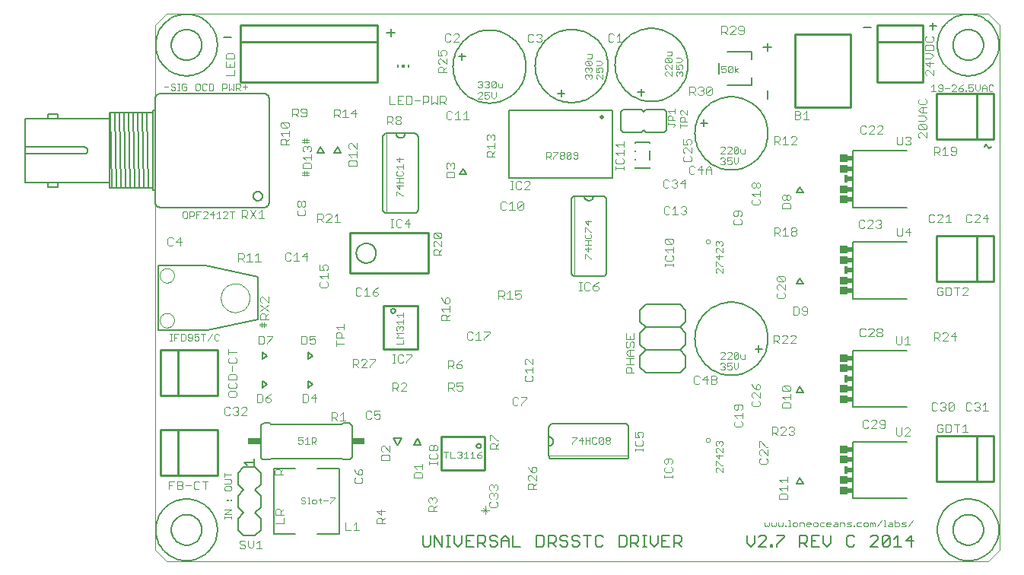
<source format=gto>
G75*
%MOIN*%
%OFA0B0*%
%FSLAX24Y24*%
%IPPOS*%
%LPD*%
%AMOC8*
5,1,8,0,0,1.08239X$1,22.5*
%
%ADD10C,0.0000*%
%ADD11C,0.0100*%
%ADD12C,0.0070*%
%ADD13C,0.0040*%
%ADD14C,0.0050*%
%ADD15C,0.0030*%
%ADD16C,0.0060*%
%ADD17C,0.0080*%
%ADD18C,0.0020*%
%ADD19R,0.0550X0.0300*%
%ADD20R,0.0059X0.0118*%
%ADD21R,0.0118X0.0118*%
%ADD22C,0.0200*%
%ADD23R,0.0315X0.0236*%
%ADD24R,0.0374X0.0354*%
%ADD25R,0.0138X0.0354*%
D10*
X005830Y001251D02*
X006330Y000751D01*
X042330Y000751D01*
X042830Y001251D01*
X042830Y024251D01*
X042330Y024751D01*
X006330Y024751D01*
X005830Y024251D01*
X005830Y001251D01*
X006031Y011306D02*
X006033Y011341D01*
X006039Y011376D01*
X006049Y011410D01*
X006062Y011443D01*
X006079Y011474D01*
X006100Y011502D01*
X006123Y011529D01*
X006150Y011552D01*
X006178Y011573D01*
X006209Y011590D01*
X006242Y011603D01*
X006276Y011613D01*
X006311Y011619D01*
X006346Y011621D01*
X006381Y011619D01*
X006416Y011613D01*
X006450Y011603D01*
X006483Y011590D01*
X006514Y011573D01*
X006542Y011552D01*
X006569Y011529D01*
X006592Y011502D01*
X006613Y011474D01*
X006630Y011443D01*
X006643Y011410D01*
X006653Y011376D01*
X006659Y011341D01*
X006661Y011306D01*
X006659Y011271D01*
X006653Y011236D01*
X006643Y011202D01*
X006630Y011169D01*
X006613Y011138D01*
X006592Y011110D01*
X006569Y011083D01*
X006542Y011060D01*
X006514Y011039D01*
X006483Y011022D01*
X006450Y011009D01*
X006416Y010999D01*
X006381Y010993D01*
X006346Y010991D01*
X006311Y010993D01*
X006276Y010999D01*
X006242Y011009D01*
X006209Y011022D01*
X006178Y011039D01*
X006150Y011060D01*
X006123Y011083D01*
X006100Y011110D01*
X006079Y011138D01*
X006062Y011169D01*
X006049Y011202D01*
X006039Y011236D01*
X006033Y011271D01*
X006031Y011306D01*
X006031Y013274D02*
X006033Y013309D01*
X006039Y013344D01*
X006049Y013378D01*
X006062Y013411D01*
X006079Y013442D01*
X006100Y013470D01*
X006123Y013497D01*
X006150Y013520D01*
X006178Y013541D01*
X006209Y013558D01*
X006242Y013571D01*
X006276Y013581D01*
X006311Y013587D01*
X006346Y013589D01*
X006381Y013587D01*
X006416Y013581D01*
X006450Y013571D01*
X006483Y013558D01*
X006514Y013541D01*
X006542Y013520D01*
X006569Y013497D01*
X006592Y013470D01*
X006613Y013442D01*
X006630Y013411D01*
X006643Y013378D01*
X006653Y013344D01*
X006659Y013309D01*
X006661Y013274D01*
X006659Y013239D01*
X006653Y013204D01*
X006643Y013170D01*
X006630Y013137D01*
X006613Y013106D01*
X006592Y013078D01*
X006569Y013051D01*
X006542Y013028D01*
X006514Y013007D01*
X006483Y012990D01*
X006450Y012977D01*
X006416Y012967D01*
X006381Y012961D01*
X006346Y012959D01*
X006311Y012961D01*
X006276Y012967D01*
X006242Y012977D01*
X006209Y012990D01*
X006178Y013007D01*
X006150Y013028D01*
X006123Y013051D01*
X006100Y013078D01*
X006079Y013106D01*
X006062Y013137D01*
X006049Y013170D01*
X006039Y013204D01*
X006033Y013239D01*
X006031Y013274D01*
X008708Y012290D02*
X008710Y012340D01*
X008716Y012390D01*
X008726Y012439D01*
X008740Y012487D01*
X008757Y012534D01*
X008778Y012579D01*
X008803Y012623D01*
X008831Y012664D01*
X008863Y012703D01*
X008897Y012740D01*
X008934Y012774D01*
X008974Y012804D01*
X009016Y012831D01*
X009060Y012855D01*
X009106Y012876D01*
X009153Y012892D01*
X009201Y012905D01*
X009251Y012914D01*
X009300Y012919D01*
X009351Y012920D01*
X009401Y012917D01*
X009450Y012910D01*
X009499Y012899D01*
X009547Y012884D01*
X009593Y012866D01*
X009638Y012844D01*
X009681Y012818D01*
X009722Y012789D01*
X009761Y012757D01*
X009797Y012722D01*
X009829Y012684D01*
X009859Y012644D01*
X009886Y012601D01*
X009909Y012557D01*
X009928Y012511D01*
X009944Y012463D01*
X009956Y012414D01*
X009964Y012365D01*
X009968Y012315D01*
X009968Y012265D01*
X009964Y012215D01*
X009956Y012166D01*
X009944Y012117D01*
X009928Y012069D01*
X009909Y012023D01*
X009886Y011979D01*
X009859Y011936D01*
X009829Y011896D01*
X009797Y011858D01*
X009761Y011823D01*
X009722Y011791D01*
X009681Y011762D01*
X009638Y011736D01*
X009593Y011714D01*
X009547Y011696D01*
X009499Y011681D01*
X009450Y011670D01*
X009401Y011663D01*
X009351Y011660D01*
X009300Y011661D01*
X009251Y011666D01*
X009201Y011675D01*
X009153Y011688D01*
X009106Y011704D01*
X009060Y011725D01*
X009016Y011749D01*
X008974Y011776D01*
X008934Y011806D01*
X008897Y011840D01*
X008863Y011877D01*
X008831Y011916D01*
X008803Y011957D01*
X008778Y012001D01*
X008757Y012046D01*
X008740Y012093D01*
X008726Y012141D01*
X008716Y012190D01*
X008710Y012240D01*
X008708Y012290D01*
D11*
X008580Y010001D02*
X006830Y010001D01*
X006830Y008001D01*
X006080Y008001D01*
X006080Y010001D01*
X006830Y010001D01*
X008580Y010001D02*
X008580Y008001D01*
X006830Y008001D01*
X006830Y006501D02*
X006080Y006501D01*
X006080Y004501D01*
X006830Y004501D01*
X006830Y006501D01*
X008580Y006501D01*
X008580Y004501D01*
X006830Y004501D01*
X015830Y010051D02*
X015830Y011951D01*
X017330Y011951D01*
X017330Y010051D01*
X015830Y010051D01*
X014367Y013365D02*
X014367Y015137D01*
X017793Y015137D01*
X017793Y013365D01*
X014367Y013365D01*
X018380Y006226D02*
X020255Y006226D01*
X020255Y004751D01*
X018380Y004751D01*
X018380Y006226D01*
X040080Y006251D02*
X040080Y004251D01*
X041830Y004251D01*
X041830Y006251D01*
X042580Y006251D01*
X042580Y004251D01*
X041830Y004251D01*
X041830Y006251D02*
X040080Y006251D01*
X040080Y013001D02*
X040080Y015001D01*
X041830Y015001D01*
X041830Y013001D01*
X040080Y013001D01*
X041830Y013001D02*
X042580Y013001D01*
X042580Y015001D01*
X041830Y015001D01*
X041830Y019251D02*
X040080Y019251D01*
X040080Y021251D01*
X041830Y021251D01*
X041830Y019251D01*
X042580Y019251D01*
X042580Y021251D01*
X041830Y021251D01*
X039480Y021751D02*
X037480Y021751D01*
X037480Y023501D01*
X039480Y023501D01*
X039480Y021751D01*
X039480Y023501D02*
X039480Y024251D01*
X037480Y024251D01*
X037480Y023501D01*
X036300Y023845D02*
X033860Y023845D01*
X033860Y020656D01*
X036300Y020656D01*
X036300Y023845D01*
X015580Y023501D02*
X015580Y021751D01*
X009580Y021751D01*
X009580Y023501D01*
X015580Y023501D01*
X015580Y024251D01*
X009580Y024251D01*
X009580Y023501D01*
D12*
X016155Y011726D02*
X016157Y011746D01*
X016163Y011764D01*
X016172Y011782D01*
X016184Y011797D01*
X016199Y011809D01*
X016217Y011818D01*
X016235Y011824D01*
X016255Y011826D01*
X016275Y011824D01*
X016293Y011818D01*
X016311Y011809D01*
X016326Y011797D01*
X016338Y011782D01*
X016347Y011764D01*
X016353Y011746D01*
X016355Y011726D01*
X016353Y011706D01*
X016347Y011688D01*
X016338Y011670D01*
X016326Y011655D01*
X016311Y011643D01*
X016293Y011634D01*
X016275Y011628D01*
X016255Y011626D01*
X016235Y011628D01*
X016217Y011634D01*
X016199Y011643D01*
X016184Y011655D01*
X016172Y011670D01*
X016163Y011688D01*
X016157Y011706D01*
X016155Y011726D01*
X019905Y005801D02*
X019907Y005821D01*
X019913Y005839D01*
X019922Y005857D01*
X019934Y005872D01*
X019949Y005884D01*
X019967Y005893D01*
X019985Y005899D01*
X020005Y005901D01*
X020025Y005899D01*
X020043Y005893D01*
X020061Y005884D01*
X020076Y005872D01*
X020088Y005857D01*
X020097Y005839D01*
X020103Y005821D01*
X020105Y005801D01*
X020103Y005781D01*
X020097Y005763D01*
X020088Y005745D01*
X020076Y005730D01*
X020061Y005718D01*
X020043Y005709D01*
X020025Y005703D01*
X020005Y005701D01*
X019985Y005703D01*
X019967Y005709D01*
X019949Y005718D01*
X019934Y005730D01*
X019922Y005745D01*
X019913Y005763D01*
X019907Y005781D01*
X019905Y005801D01*
D13*
X020510Y005851D02*
X020510Y005671D01*
X020870Y005671D01*
X020750Y005671D02*
X020750Y005851D01*
X020690Y005911D01*
X020570Y005911D01*
X020510Y005851D01*
X020510Y006039D02*
X020510Y006279D01*
X020570Y006279D01*
X020810Y006039D01*
X020870Y006039D01*
X020870Y005911D02*
X020750Y005791D01*
X022165Y004893D02*
X022225Y004773D01*
X022345Y004653D01*
X022345Y004833D01*
X022405Y004893D01*
X022465Y004893D01*
X022525Y004833D01*
X022525Y004713D01*
X022465Y004653D01*
X022345Y004653D01*
X022285Y004524D02*
X022225Y004524D01*
X022165Y004464D01*
X022165Y004344D01*
X022225Y004284D01*
X022225Y004156D02*
X022345Y004156D01*
X022405Y004096D01*
X022405Y003916D01*
X022525Y003916D02*
X022165Y003916D01*
X022165Y004096D01*
X022225Y004156D01*
X022405Y004036D02*
X022525Y004156D01*
X022525Y004284D02*
X022285Y004524D01*
X022525Y004524D02*
X022525Y004284D01*
X020840Y004038D02*
X020840Y003918D01*
X020780Y003858D01*
X020780Y003729D02*
X020720Y003729D01*
X020660Y003669D01*
X020660Y003609D01*
X020660Y003669D02*
X020600Y003729D01*
X020540Y003729D01*
X020480Y003669D01*
X020480Y003549D01*
X020540Y003489D01*
X020540Y003361D02*
X020480Y003301D01*
X020480Y003181D01*
X020540Y003121D01*
X020780Y003121D01*
X020840Y003181D01*
X020840Y003301D01*
X020780Y003361D01*
X020780Y003489D02*
X020840Y003549D01*
X020840Y003669D01*
X020780Y003729D01*
X020540Y003858D02*
X020480Y003918D01*
X020480Y004038D01*
X020540Y004098D01*
X020600Y004098D01*
X020660Y004038D01*
X020720Y004098D01*
X020780Y004098D01*
X020840Y004038D01*
X020660Y004038D02*
X020660Y003978D01*
X018200Y004986D02*
X018200Y005106D01*
X018200Y005046D02*
X017840Y005046D01*
X017840Y004986D02*
X017840Y005106D01*
X017900Y005231D02*
X018140Y005231D01*
X018200Y005291D01*
X018200Y005412D01*
X018140Y005472D01*
X018140Y005600D02*
X018080Y005600D01*
X018020Y005660D01*
X018020Y005780D01*
X018080Y005840D01*
X018140Y005840D01*
X018200Y005780D01*
X018200Y005660D01*
X018140Y005600D01*
X018020Y005660D02*
X017960Y005600D01*
X017900Y005600D01*
X017840Y005660D01*
X017840Y005780D01*
X017900Y005840D01*
X017960Y005840D01*
X018020Y005780D01*
X017900Y005472D02*
X017840Y005412D01*
X017840Y005291D01*
X017900Y005231D01*
X017534Y005016D02*
X017534Y004776D01*
X017534Y004896D02*
X017173Y004896D01*
X017293Y004776D01*
X017233Y004647D02*
X017173Y004587D01*
X017173Y004407D01*
X017534Y004407D01*
X017534Y004587D01*
X017474Y004647D01*
X017233Y004647D01*
X016091Y005188D02*
X016091Y005368D01*
X016031Y005428D01*
X015791Y005428D01*
X015731Y005368D01*
X015731Y005188D01*
X016091Y005188D01*
X016091Y005556D02*
X015851Y005796D01*
X015791Y005796D01*
X015731Y005736D01*
X015731Y005616D01*
X015791Y005556D01*
X016091Y005556D02*
X016091Y005796D01*
X015618Y006971D02*
X015498Y006971D01*
X015438Y007031D01*
X015438Y007151D02*
X015558Y007211D01*
X015618Y007211D01*
X015679Y007151D01*
X015679Y007031D01*
X015618Y006971D01*
X015438Y007151D02*
X015438Y007331D01*
X015679Y007331D01*
X015310Y007271D02*
X015250Y007331D01*
X015130Y007331D01*
X015070Y007271D01*
X015070Y007031D01*
X015130Y006971D01*
X015250Y006971D01*
X015310Y007031D01*
X014172Y006921D02*
X013932Y006921D01*
X014052Y006921D02*
X014052Y007281D01*
X013932Y007161D01*
X013804Y007101D02*
X013744Y007041D01*
X013563Y007041D01*
X013563Y006921D02*
X013563Y007281D01*
X013744Y007281D01*
X013804Y007221D01*
X013804Y007101D01*
X013683Y007041D02*
X013804Y006921D01*
X012845Y007727D02*
X012845Y008087D01*
X012665Y007907D01*
X012905Y007907D01*
X012537Y007787D02*
X012537Y008027D01*
X012477Y008087D01*
X012296Y008087D01*
X012296Y007727D01*
X012477Y007727D01*
X012537Y007787D01*
X010905Y007787D02*
X010905Y007847D01*
X010845Y007907D01*
X010665Y007907D01*
X010665Y007787D01*
X010725Y007727D01*
X010845Y007727D01*
X010905Y007787D01*
X010785Y008027D02*
X010665Y007907D01*
X010785Y008027D02*
X010905Y008087D01*
X010537Y008027D02*
X010477Y008087D01*
X010296Y008087D01*
X010296Y007727D01*
X010477Y007727D01*
X010537Y007787D01*
X010537Y008027D01*
X009847Y007436D02*
X009787Y007496D01*
X009667Y007496D01*
X009607Y007436D01*
X009479Y007436D02*
X009479Y007376D01*
X009418Y007316D01*
X009479Y007256D01*
X009479Y007196D01*
X009418Y007136D01*
X009298Y007136D01*
X009238Y007196D01*
X009110Y007196D02*
X009050Y007136D01*
X008930Y007136D01*
X008870Y007196D01*
X008870Y007436D01*
X008930Y007496D01*
X009050Y007496D01*
X009110Y007436D01*
X009238Y007436D02*
X009298Y007496D01*
X009418Y007496D01*
X009479Y007436D01*
X009418Y007316D02*
X009358Y007316D01*
X009607Y007136D02*
X009847Y007376D01*
X009847Y007436D01*
X009847Y007136D02*
X009607Y007136D01*
X009325Y007961D02*
X009385Y008021D01*
X009385Y008141D01*
X009325Y008201D01*
X009085Y008201D01*
X009025Y008141D01*
X009025Y008021D01*
X009085Y007961D01*
X009325Y007961D01*
X009325Y008329D02*
X009385Y008389D01*
X009385Y008509D01*
X009325Y008569D01*
X009385Y008698D02*
X009385Y008878D01*
X009325Y008938D01*
X009085Y008938D01*
X009025Y008878D01*
X009025Y008698D01*
X009385Y008698D01*
X009085Y008569D02*
X009025Y008509D01*
X009025Y008389D01*
X009085Y008329D01*
X009325Y008329D01*
X009205Y009066D02*
X009205Y009306D01*
X009325Y009434D02*
X009385Y009494D01*
X009385Y009614D01*
X009325Y009674D01*
X009325Y009434D02*
X009085Y009434D01*
X009025Y009494D01*
X009025Y009614D01*
X009085Y009674D01*
X009025Y009803D02*
X009025Y010043D01*
X009025Y009923D02*
X009385Y009923D01*
X010356Y010267D02*
X010537Y010267D01*
X010597Y010327D01*
X010597Y010567D01*
X010537Y010627D01*
X010356Y010627D01*
X010356Y010267D01*
X010725Y010267D02*
X010725Y010327D01*
X010965Y010567D01*
X010965Y010627D01*
X010725Y010627D01*
X010785Y011356D02*
X010425Y011356D01*
X010425Y011536D01*
X010485Y011596D01*
X010605Y011596D01*
X010665Y011536D01*
X010665Y011356D01*
X010665Y011476D02*
X010785Y011596D01*
X010785Y011724D02*
X010425Y011964D01*
X010485Y012092D02*
X010425Y012153D01*
X010425Y012273D01*
X010485Y012333D01*
X010545Y012333D01*
X010785Y012092D01*
X010785Y012333D01*
X010785Y011964D02*
X010425Y011724D01*
X012236Y010627D02*
X012417Y010627D01*
X012477Y010567D01*
X012477Y010327D01*
X012417Y010267D01*
X012236Y010267D01*
X012236Y010627D01*
X012605Y010627D02*
X012605Y010447D01*
X012725Y010507D01*
X012785Y010507D01*
X012845Y010447D01*
X012845Y010327D01*
X012785Y010267D01*
X012665Y010267D01*
X012605Y010327D01*
X012605Y010627D02*
X012845Y010627D01*
X013750Y010534D02*
X013750Y010714D01*
X013810Y010774D01*
X013930Y010774D01*
X013990Y010714D01*
X013990Y010534D01*
X014110Y010534D02*
X013750Y010534D01*
X013750Y010406D02*
X013750Y010166D01*
X013750Y010286D02*
X014110Y010286D01*
X014485Y009616D02*
X014665Y009616D01*
X014725Y009556D01*
X014725Y009436D01*
X014665Y009376D01*
X014485Y009376D01*
X014485Y009256D02*
X014485Y009616D01*
X014605Y009376D02*
X014725Y009256D01*
X014853Y009256D02*
X015094Y009496D01*
X015094Y009556D01*
X015034Y009616D01*
X014913Y009616D01*
X014853Y009556D01*
X014853Y009256D02*
X015094Y009256D01*
X015222Y009256D02*
X015222Y009316D01*
X015462Y009556D01*
X015462Y009616D01*
X015222Y009616D01*
X016225Y009446D02*
X016345Y009446D01*
X016285Y009446D02*
X016285Y009806D01*
X016225Y009806D02*
X016345Y009806D01*
X016471Y009746D02*
X016471Y009506D01*
X016531Y009446D01*
X016651Y009446D01*
X016711Y009506D01*
X016839Y009506D02*
X016839Y009446D01*
X016839Y009506D02*
X017079Y009746D01*
X017079Y009806D01*
X016839Y009806D01*
X016711Y009746D02*
X016651Y009806D01*
X016531Y009806D01*
X016471Y009746D01*
X016410Y008571D02*
X016470Y008511D01*
X016470Y008391D01*
X016410Y008331D01*
X016230Y008331D01*
X016350Y008331D02*
X016470Y008211D01*
X016598Y008211D02*
X016839Y008451D01*
X016839Y008511D01*
X016778Y008571D01*
X016658Y008571D01*
X016598Y008511D01*
X016410Y008571D02*
X016230Y008571D01*
X016230Y008211D01*
X016598Y008211D02*
X016839Y008211D01*
X018675Y008216D02*
X018675Y008576D01*
X018855Y008576D01*
X018915Y008516D01*
X018915Y008396D01*
X018855Y008336D01*
X018675Y008336D01*
X018795Y008336D02*
X018915Y008216D01*
X019043Y008276D02*
X019103Y008216D01*
X019223Y008216D01*
X019284Y008276D01*
X019284Y008396D01*
X019223Y008456D01*
X019163Y008456D01*
X019043Y008396D01*
X019043Y008576D01*
X019284Y008576D01*
X019218Y009201D02*
X019279Y009261D01*
X019279Y009321D01*
X019218Y009381D01*
X019038Y009381D01*
X019038Y009261D01*
X019098Y009201D01*
X019218Y009201D01*
X019038Y009381D02*
X019158Y009501D01*
X019279Y009561D01*
X018910Y009501D02*
X018910Y009381D01*
X018850Y009321D01*
X018670Y009321D01*
X018790Y009321D02*
X018910Y009201D01*
X018670Y009201D02*
X018670Y009561D01*
X018850Y009561D01*
X018910Y009501D01*
X019565Y010451D02*
X019685Y010451D01*
X019745Y010511D01*
X019873Y010451D02*
X020114Y010451D01*
X019993Y010451D02*
X019993Y010811D01*
X019873Y010691D01*
X019745Y010751D02*
X019685Y010811D01*
X019565Y010811D01*
X019505Y010751D01*
X019505Y010511D01*
X019565Y010451D01*
X020242Y010451D02*
X020242Y010511D01*
X020482Y010751D01*
X020482Y010811D01*
X020242Y010811D01*
X018720Y011321D02*
X018360Y011321D01*
X018360Y011501D01*
X018420Y011561D01*
X018540Y011561D01*
X018600Y011501D01*
X018600Y011321D01*
X018600Y011441D02*
X018720Y011561D01*
X018720Y011689D02*
X018720Y011929D01*
X018720Y011809D02*
X018360Y011809D01*
X018480Y011689D01*
X018540Y012058D02*
X018540Y012238D01*
X018600Y012298D01*
X018660Y012298D01*
X018720Y012238D01*
X018720Y012118D01*
X018660Y012058D01*
X018540Y012058D01*
X018420Y012178D01*
X018360Y012298D01*
X020875Y012246D02*
X020875Y012606D01*
X021055Y012606D01*
X021115Y012546D01*
X021115Y012426D01*
X021055Y012366D01*
X020875Y012366D01*
X020995Y012366D02*
X021115Y012246D01*
X021243Y012246D02*
X021484Y012246D01*
X021363Y012246D02*
X021363Y012606D01*
X021243Y012486D01*
X021612Y012426D02*
X021732Y012486D01*
X021792Y012486D01*
X021852Y012426D01*
X021852Y012306D01*
X021792Y012246D01*
X021672Y012246D01*
X021612Y012306D01*
X021612Y012426D02*
X021612Y012606D01*
X021852Y012606D01*
X024400Y012621D02*
X024520Y012621D01*
X024460Y012621D02*
X024460Y012981D01*
X024400Y012981D02*
X024520Y012981D01*
X024646Y012921D02*
X024646Y012681D01*
X024706Y012621D01*
X024826Y012621D01*
X024886Y012681D01*
X025014Y012681D02*
X025074Y012621D01*
X025194Y012621D01*
X025254Y012681D01*
X025254Y012741D01*
X025194Y012801D01*
X025014Y012801D01*
X025014Y012681D01*
X025014Y012801D02*
X025134Y012921D01*
X025254Y012981D01*
X024886Y012921D02*
X024826Y012981D01*
X024706Y012981D01*
X024646Y012921D01*
X026450Y010734D02*
X026450Y010494D01*
X026810Y010494D01*
X026810Y010734D01*
X026630Y010614D02*
X026630Y010494D01*
X026690Y010366D02*
X026750Y010366D01*
X026810Y010306D01*
X026810Y010186D01*
X026750Y010126D01*
X026630Y010186D02*
X026630Y010306D01*
X026690Y010366D01*
X026510Y010366D02*
X026450Y010306D01*
X026450Y010186D01*
X026510Y010126D01*
X026570Y010126D01*
X026630Y010186D01*
X026630Y009998D02*
X026630Y009757D01*
X026570Y009757D02*
X026450Y009878D01*
X026570Y009998D01*
X026810Y009998D01*
X026810Y009757D02*
X026570Y009757D01*
X026630Y009629D02*
X026630Y009389D01*
X026630Y009261D02*
X026690Y009201D01*
X026690Y009021D01*
X026810Y009021D02*
X026450Y009021D01*
X026450Y009201D01*
X026510Y009261D01*
X026630Y009261D01*
X026810Y009389D02*
X026450Y009389D01*
X026450Y009629D02*
X026810Y009629D01*
X029445Y008821D02*
X029445Y008581D01*
X029505Y008521D01*
X029625Y008521D01*
X029685Y008581D01*
X029813Y008701D02*
X030054Y008701D01*
X030182Y008701D02*
X030362Y008701D01*
X030422Y008641D01*
X030422Y008581D01*
X030362Y008521D01*
X030182Y008521D01*
X030182Y008881D01*
X030362Y008881D01*
X030422Y008821D01*
X030422Y008761D01*
X030362Y008701D01*
X029994Y008521D02*
X029994Y008881D01*
X029813Y008701D01*
X029685Y008821D02*
X029625Y008881D01*
X029505Y008881D01*
X029445Y008821D01*
X031200Y007563D02*
X031200Y007443D01*
X031260Y007382D01*
X031320Y007382D01*
X031380Y007443D01*
X031380Y007623D01*
X031500Y007623D02*
X031260Y007623D01*
X031200Y007563D01*
X031500Y007623D02*
X031560Y007563D01*
X031560Y007443D01*
X031500Y007382D01*
X031560Y007254D02*
X031560Y007014D01*
X031560Y007134D02*
X031200Y007134D01*
X031320Y007014D01*
X031260Y006886D02*
X031200Y006826D01*
X031200Y006706D01*
X031260Y006646D01*
X031500Y006646D01*
X031560Y006706D01*
X031560Y006826D01*
X031500Y006886D01*
X032035Y007536D02*
X032275Y007536D01*
X032335Y007596D01*
X032335Y007716D01*
X032275Y007776D01*
X032335Y007904D02*
X032095Y008144D01*
X032035Y008144D01*
X031975Y008084D01*
X031975Y007964D01*
X032035Y007904D01*
X032035Y007776D02*
X031975Y007716D01*
X031975Y007596D01*
X032035Y007536D01*
X032335Y007904D02*
X032335Y008144D01*
X032275Y008273D02*
X032335Y008333D01*
X032335Y008453D01*
X032275Y008513D01*
X032215Y008513D01*
X032155Y008453D01*
X032155Y008273D01*
X032275Y008273D01*
X032155Y008273D02*
X032035Y008393D01*
X031975Y008513D01*
X033306Y008380D02*
X033306Y008259D01*
X033366Y008199D01*
X033606Y008199D01*
X033366Y008440D01*
X033606Y008440D01*
X033666Y008380D01*
X033666Y008259D01*
X033606Y008199D01*
X033666Y008071D02*
X033666Y007831D01*
X033666Y007951D02*
X033306Y007951D01*
X033426Y007831D01*
X033366Y007703D02*
X033306Y007643D01*
X033306Y007463D01*
X033666Y007463D01*
X033666Y007643D01*
X033606Y007703D01*
X033366Y007703D01*
X033306Y008380D02*
X033366Y008440D01*
X033398Y006631D02*
X033278Y006631D01*
X033218Y006571D01*
X033090Y006571D02*
X033090Y006451D01*
X033030Y006391D01*
X032850Y006391D01*
X032970Y006391D02*
X033090Y006271D01*
X033218Y006271D02*
X033459Y006511D01*
X033459Y006571D01*
X033398Y006631D01*
X033587Y006571D02*
X033647Y006631D01*
X033767Y006631D01*
X033827Y006571D01*
X033827Y006511D01*
X033767Y006451D01*
X033827Y006391D01*
X033827Y006331D01*
X033767Y006271D01*
X033647Y006271D01*
X033587Y006331D01*
X033459Y006271D02*
X033218Y006271D01*
X032850Y006271D02*
X032850Y006631D01*
X033030Y006631D01*
X033090Y006571D01*
X033707Y006451D02*
X033767Y006451D01*
X032660Y005757D02*
X032600Y005757D01*
X032360Y005998D01*
X032300Y005998D01*
X032300Y005757D01*
X032360Y005629D02*
X032300Y005569D01*
X032300Y005449D01*
X032360Y005389D01*
X032360Y005261D02*
X032300Y005201D01*
X032300Y005081D01*
X032360Y005021D01*
X032600Y005021D01*
X032660Y005081D01*
X032660Y005201D01*
X032600Y005261D01*
X032660Y005389D02*
X032420Y005629D01*
X032360Y005629D01*
X032660Y005629D02*
X032660Y005389D01*
X033181Y004320D02*
X033541Y004320D01*
X033541Y004440D02*
X033541Y004199D01*
X033541Y004071D02*
X033541Y003831D01*
X033541Y003951D02*
X033181Y003951D01*
X033301Y003831D01*
X033241Y003703D02*
X033181Y003643D01*
X033181Y003463D01*
X033541Y003463D01*
X033541Y003643D01*
X033481Y003703D01*
X033241Y003703D01*
X033301Y004199D02*
X033181Y004320D01*
X030137Y006018D02*
X030137Y006111D01*
X030090Y006158D01*
X029997Y006158D01*
X029950Y006111D01*
X029950Y006018D01*
X029997Y005971D01*
X030090Y005971D01*
X030137Y006018D01*
X028485Y005190D02*
X028425Y005250D01*
X028185Y005250D01*
X028125Y005190D01*
X028125Y005070D01*
X028185Y005010D01*
X028245Y005010D01*
X028305Y005070D01*
X028305Y005250D01*
X028485Y005190D02*
X028485Y005070D01*
X028425Y005010D01*
X028425Y004882D02*
X028485Y004822D01*
X028485Y004701D01*
X028425Y004641D01*
X028185Y004641D01*
X028125Y004701D01*
X028125Y004822D01*
X028185Y004882D01*
X028125Y004516D02*
X028125Y004396D01*
X028125Y004456D02*
X028485Y004456D01*
X028485Y004396D02*
X028485Y004516D01*
X027210Y005571D02*
X027210Y005691D01*
X027210Y005631D02*
X026850Y005631D01*
X026850Y005571D02*
X026850Y005691D01*
X026910Y005816D02*
X027150Y005816D01*
X027210Y005876D01*
X027210Y005997D01*
X027150Y006057D01*
X027150Y006185D02*
X027210Y006245D01*
X027210Y006365D01*
X027150Y006425D01*
X027030Y006425D01*
X026970Y006365D01*
X026970Y006305D01*
X027030Y006185D01*
X026850Y006185D01*
X026850Y006425D01*
X026910Y006057D02*
X026850Y005997D01*
X026850Y005876D01*
X026910Y005816D01*
X022099Y007876D02*
X021858Y007636D01*
X021858Y007576D01*
X021730Y007636D02*
X021670Y007576D01*
X021550Y007576D01*
X021490Y007636D01*
X021490Y007876D01*
X021550Y007936D01*
X021670Y007936D01*
X021730Y007876D01*
X021858Y007936D02*
X022099Y007936D01*
X022099Y007876D01*
X022075Y008646D02*
X022015Y008706D01*
X022015Y008826D01*
X022075Y008886D01*
X022135Y009014D02*
X022015Y009134D01*
X022375Y009134D01*
X022375Y009014D02*
X022375Y009254D01*
X022375Y009382D02*
X022135Y009623D01*
X022075Y009623D01*
X022015Y009563D01*
X022015Y009443D01*
X022075Y009382D01*
X022375Y009382D02*
X022375Y009623D01*
X022315Y008886D02*
X022375Y008826D01*
X022375Y008706D01*
X022315Y008646D01*
X022075Y008646D01*
X015597Y012431D02*
X015597Y012491D01*
X015537Y012551D01*
X015357Y012551D01*
X015357Y012431D01*
X015417Y012371D01*
X015537Y012371D01*
X015597Y012431D01*
X015477Y012671D02*
X015357Y012551D01*
X015477Y012671D02*
X015597Y012731D01*
X015229Y012371D02*
X014988Y012371D01*
X015108Y012371D02*
X015108Y012731D01*
X014988Y012611D01*
X014860Y012671D02*
X014800Y012731D01*
X014680Y012731D01*
X014620Y012671D01*
X014620Y012431D01*
X014680Y012371D01*
X014800Y012371D01*
X014860Y012431D01*
X013395Y012821D02*
X013395Y012941D01*
X013335Y013001D01*
X013395Y013129D02*
X013395Y013369D01*
X013395Y013249D02*
X013035Y013249D01*
X013155Y013129D01*
X013095Y013001D02*
X013035Y012941D01*
X013035Y012821D01*
X013095Y012761D01*
X013335Y012761D01*
X013395Y012821D01*
X013335Y013497D02*
X013395Y013558D01*
X013395Y013678D01*
X013335Y013738D01*
X013215Y013738D01*
X013155Y013678D01*
X013155Y013618D01*
X013215Y013497D01*
X013035Y013497D01*
X013035Y013738D01*
X012452Y013921D02*
X012452Y014281D01*
X012272Y014101D01*
X012512Y014101D01*
X012144Y013921D02*
X011903Y013921D01*
X012023Y013921D02*
X012023Y014281D01*
X011903Y014161D01*
X011775Y014221D02*
X011715Y014281D01*
X011595Y014281D01*
X011535Y014221D01*
X011535Y013981D01*
X011595Y013921D01*
X011715Y013921D01*
X011775Y013981D01*
X010452Y013891D02*
X010212Y013891D01*
X010332Y013891D02*
X010332Y014251D01*
X010212Y014131D01*
X010084Y013891D02*
X009843Y013891D01*
X009963Y013891D02*
X009963Y014251D01*
X009843Y014131D01*
X009715Y014191D02*
X009715Y014071D01*
X009655Y014011D01*
X009475Y014011D01*
X009475Y013891D02*
X009475Y014251D01*
X009655Y014251D01*
X009715Y014191D01*
X009595Y014011D02*
X009715Y013891D01*
X006984Y014751D02*
X006743Y014751D01*
X006923Y014931D01*
X006923Y014571D01*
X006615Y014631D02*
X006555Y014571D01*
X006435Y014571D01*
X006375Y014631D01*
X006375Y014871D01*
X006435Y014931D01*
X006555Y014931D01*
X006615Y014871D01*
X009625Y015771D02*
X009625Y016131D01*
X009805Y016131D01*
X009865Y016071D01*
X009865Y015951D01*
X009805Y015891D01*
X009625Y015891D01*
X009745Y015891D02*
X009865Y015771D01*
X009993Y015771D02*
X010234Y016131D01*
X010362Y016011D02*
X010482Y016131D01*
X010482Y015771D01*
X010362Y015771D02*
X010602Y015771D01*
X010234Y015771D02*
X009993Y016131D01*
X012050Y016101D02*
X012050Y015981D01*
X012110Y015921D01*
X012350Y015921D01*
X012410Y015981D01*
X012410Y016101D01*
X012350Y016161D01*
X012350Y016289D02*
X012290Y016289D01*
X012230Y016349D01*
X012230Y016469D01*
X012290Y016529D01*
X012350Y016529D01*
X012410Y016469D01*
X012410Y016349D01*
X012350Y016289D01*
X012230Y016349D02*
X012170Y016289D01*
X012110Y016289D01*
X012050Y016349D01*
X012050Y016469D01*
X012110Y016529D01*
X012170Y016529D01*
X012230Y016469D01*
X012110Y016161D02*
X012050Y016101D01*
X012945Y015981D02*
X012945Y015621D01*
X012945Y015741D02*
X013125Y015741D01*
X013185Y015801D01*
X013185Y015921D01*
X013125Y015981D01*
X012945Y015981D01*
X013065Y015741D02*
X013185Y015621D01*
X013313Y015621D02*
X013554Y015861D01*
X013554Y015921D01*
X013494Y015981D01*
X013373Y015981D01*
X013313Y015921D01*
X013313Y015621D02*
X013554Y015621D01*
X013682Y015621D02*
X013922Y015621D01*
X013802Y015621D02*
X013802Y015981D01*
X013682Y015861D01*
X016150Y015731D02*
X016270Y015731D01*
X016210Y015731D02*
X016210Y015371D01*
X016150Y015371D02*
X016270Y015371D01*
X016396Y015431D02*
X016456Y015371D01*
X016576Y015371D01*
X016636Y015431D01*
X016764Y015551D02*
X017004Y015551D01*
X016944Y015371D02*
X016944Y015731D01*
X016764Y015551D01*
X016636Y015671D02*
X016576Y015731D01*
X016456Y015731D01*
X016396Y015671D01*
X016396Y015431D01*
X018018Y015086D02*
X018078Y015146D01*
X018318Y014906D01*
X018378Y014966D01*
X018378Y015086D01*
X018318Y015146D01*
X018078Y015146D01*
X018018Y015086D02*
X018018Y014966D01*
X018078Y014906D01*
X018318Y014906D01*
X018378Y014778D02*
X018378Y014538D01*
X018138Y014778D01*
X018078Y014778D01*
X018018Y014718D01*
X018018Y014598D01*
X018078Y014538D01*
X018078Y014409D02*
X018198Y014409D01*
X018258Y014349D01*
X018258Y014169D01*
X018378Y014169D02*
X018018Y014169D01*
X018018Y014349D01*
X018078Y014409D01*
X018258Y014289D02*
X018378Y014409D01*
X020975Y016216D02*
X021035Y016156D01*
X021155Y016156D01*
X021215Y016216D01*
X021343Y016156D02*
X021584Y016156D01*
X021463Y016156D02*
X021463Y016516D01*
X021343Y016396D01*
X021215Y016456D02*
X021155Y016516D01*
X021035Y016516D01*
X020975Y016456D01*
X020975Y016216D01*
X021712Y016216D02*
X021952Y016456D01*
X021952Y016216D01*
X021892Y016156D01*
X021772Y016156D01*
X021712Y016216D01*
X021712Y016456D01*
X021772Y016516D01*
X021892Y016516D01*
X021952Y016456D01*
X022007Y017051D02*
X022247Y017291D01*
X022247Y017351D01*
X022187Y017411D01*
X022067Y017411D01*
X022007Y017351D01*
X021879Y017351D02*
X021819Y017411D01*
X021698Y017411D01*
X021638Y017351D01*
X021638Y017111D01*
X021698Y017051D01*
X021819Y017051D01*
X021879Y017111D01*
X022007Y017051D02*
X022247Y017051D01*
X021513Y017051D02*
X021393Y017051D01*
X021453Y017051D02*
X021453Y017411D01*
X021393Y017411D02*
X021513Y017411D01*
X020710Y018471D02*
X020350Y018471D01*
X020350Y018651D01*
X020410Y018711D01*
X020530Y018711D01*
X020590Y018651D01*
X020590Y018471D01*
X020590Y018591D02*
X020710Y018711D01*
X020710Y018839D02*
X020710Y019079D01*
X020710Y018959D02*
X020350Y018959D01*
X020470Y018839D01*
X020410Y019207D02*
X020350Y019268D01*
X020350Y019388D01*
X020410Y019448D01*
X020470Y019448D01*
X020530Y019388D01*
X020590Y019448D01*
X020650Y019448D01*
X020710Y019388D01*
X020710Y019268D01*
X020650Y019207D01*
X020530Y019328D02*
X020530Y019388D01*
X019577Y020121D02*
X019337Y020121D01*
X019457Y020121D02*
X019457Y020481D01*
X019337Y020361D01*
X019209Y020121D02*
X018968Y020121D01*
X019088Y020121D02*
X019088Y020481D01*
X018968Y020361D01*
X018840Y020421D02*
X018780Y020481D01*
X018660Y020481D01*
X018600Y020421D01*
X018600Y020181D01*
X018660Y020121D01*
X018780Y020121D01*
X018840Y020181D01*
X018550Y020771D02*
X018430Y020891D01*
X018490Y020891D02*
X018310Y020891D01*
X018310Y020771D02*
X018310Y021131D01*
X018490Y021131D01*
X018550Y021071D01*
X018550Y020951D01*
X018490Y020891D01*
X018182Y020771D02*
X018182Y021131D01*
X017942Y021131D02*
X017942Y020771D01*
X018062Y020891D01*
X018182Y020771D01*
X017813Y020951D02*
X017753Y020891D01*
X017573Y020891D01*
X017573Y020771D02*
X017573Y021131D01*
X017753Y021131D01*
X017813Y021071D01*
X017813Y020951D01*
X017445Y020951D02*
X017205Y020951D01*
X017077Y020831D02*
X017077Y021071D01*
X017017Y021131D01*
X016837Y021131D01*
X016837Y020771D01*
X017017Y020771D01*
X017077Y020831D01*
X016709Y020771D02*
X016468Y020771D01*
X016468Y021131D01*
X016709Y021131D01*
X016588Y020951D02*
X016468Y020951D01*
X016340Y020771D02*
X016100Y020771D01*
X016100Y021131D01*
X016180Y020256D02*
X016000Y020256D01*
X016000Y019896D01*
X016000Y020016D02*
X016180Y020016D01*
X016240Y020076D01*
X016240Y020196D01*
X016180Y020256D01*
X016368Y020196D02*
X016368Y020136D01*
X016428Y020076D01*
X016548Y020076D01*
X016609Y020016D01*
X016609Y019956D01*
X016548Y019896D01*
X016428Y019896D01*
X016368Y019956D01*
X016368Y020016D01*
X016428Y020076D01*
X016548Y020076D02*
X016609Y020136D01*
X016609Y020196D01*
X016548Y020256D01*
X016428Y020256D01*
X016368Y020196D01*
X016120Y020016D02*
X016240Y019896D01*
X014652Y020381D02*
X014412Y020381D01*
X014592Y020561D01*
X014592Y020201D01*
X014284Y020201D02*
X014043Y020201D01*
X014163Y020201D02*
X014163Y020561D01*
X014043Y020441D01*
X013915Y020501D02*
X013915Y020381D01*
X013855Y020321D01*
X013675Y020321D01*
X013675Y020201D02*
X013675Y020561D01*
X013855Y020561D01*
X013915Y020501D01*
X013795Y020321D02*
X013915Y020201D01*
X012452Y020291D02*
X012452Y020531D01*
X012392Y020591D01*
X012272Y020591D01*
X012212Y020531D01*
X012212Y020471D01*
X012272Y020411D01*
X012452Y020411D01*
X012452Y020291D02*
X012392Y020231D01*
X012272Y020231D01*
X012212Y020291D01*
X012084Y020231D02*
X011963Y020351D01*
X012024Y020351D02*
X011843Y020351D01*
X011843Y020231D02*
X011843Y020591D01*
X012024Y020591D01*
X012084Y020531D01*
X012084Y020411D01*
X012024Y020351D01*
X011625Y019993D02*
X011685Y019933D01*
X011685Y019813D01*
X011625Y019753D01*
X011385Y019993D01*
X011625Y019993D01*
X011385Y019993D02*
X011325Y019933D01*
X011325Y019813D01*
X011385Y019753D01*
X011625Y019753D01*
X011685Y019624D02*
X011685Y019384D01*
X011685Y019504D02*
X011325Y019504D01*
X011445Y019384D01*
X011505Y019256D02*
X011565Y019196D01*
X011565Y019016D01*
X011685Y019016D02*
X011325Y019016D01*
X011325Y019196D01*
X011385Y019256D01*
X011505Y019256D01*
X011565Y019136D02*
X011685Y019256D01*
X012306Y018880D02*
X012366Y018940D01*
X012426Y018940D01*
X012486Y018880D01*
X012546Y018940D01*
X012606Y018940D01*
X012666Y018880D01*
X012666Y018759D01*
X012606Y018699D01*
X012666Y018571D02*
X012666Y018331D01*
X012666Y018451D02*
X012306Y018451D01*
X012426Y018331D01*
X012366Y018203D02*
X012306Y018143D01*
X012306Y017963D01*
X012666Y017963D01*
X012666Y018143D01*
X012606Y018203D01*
X012366Y018203D01*
X012366Y018699D02*
X012306Y018759D01*
X012306Y018880D01*
X012486Y018880D02*
X012486Y018820D01*
X014306Y018884D02*
X014366Y018824D01*
X014306Y018884D02*
X014306Y019005D01*
X014366Y019065D01*
X014426Y019065D01*
X014666Y018824D01*
X014666Y019065D01*
X014666Y018696D02*
X014666Y018456D01*
X014666Y018576D02*
X014306Y018576D01*
X014426Y018456D01*
X014366Y018328D02*
X014306Y018268D01*
X014306Y018088D01*
X014666Y018088D01*
X014666Y018268D01*
X014606Y018328D01*
X014366Y018328D01*
X018583Y018136D02*
X018583Y018016D01*
X018643Y017956D01*
X018643Y017827D02*
X018583Y017767D01*
X018583Y017587D01*
X018944Y017587D01*
X018944Y017767D01*
X018884Y017827D01*
X018643Y017827D01*
X018884Y017956D02*
X018944Y018016D01*
X018944Y018136D01*
X018884Y018196D01*
X018824Y018196D01*
X018764Y018136D01*
X018764Y018076D01*
X018764Y018136D02*
X018703Y018196D01*
X018643Y018196D01*
X018583Y018136D01*
X018585Y022166D02*
X018225Y022166D01*
X018225Y022346D01*
X018285Y022406D01*
X018405Y022406D01*
X018465Y022346D01*
X018465Y022166D01*
X018465Y022286D02*
X018585Y022406D01*
X018585Y022534D02*
X018345Y022774D01*
X018285Y022774D01*
X018225Y022714D01*
X018225Y022594D01*
X018285Y022534D01*
X018585Y022534D02*
X018585Y022774D01*
X018525Y022903D02*
X018585Y022963D01*
X018585Y023083D01*
X018525Y023143D01*
X018405Y023143D01*
X018345Y023083D01*
X018345Y023023D01*
X018405Y022903D01*
X018225Y022903D01*
X018225Y023143D01*
X018598Y023521D02*
X018719Y023521D01*
X018779Y023581D01*
X018907Y023521D02*
X019147Y023761D01*
X019147Y023821D01*
X019087Y023881D01*
X018967Y023881D01*
X018907Y023821D01*
X018779Y023821D02*
X018719Y023881D01*
X018598Y023881D01*
X018538Y023821D01*
X018538Y023581D01*
X018598Y023521D01*
X018907Y023521D02*
X019147Y023521D01*
X022163Y023556D02*
X022223Y023496D01*
X022344Y023496D01*
X022404Y023556D01*
X022532Y023556D02*
X022592Y023496D01*
X022712Y023496D01*
X022772Y023556D01*
X022772Y023616D01*
X022712Y023676D01*
X022652Y023676D01*
X022712Y023676D02*
X022772Y023736D01*
X022772Y023796D01*
X022712Y023856D01*
X022592Y023856D01*
X022532Y023796D01*
X022404Y023796D02*
X022344Y023856D01*
X022223Y023856D01*
X022163Y023796D01*
X022163Y023556D01*
X025688Y023581D02*
X025748Y023521D01*
X025869Y023521D01*
X025929Y023581D01*
X026057Y023521D02*
X026297Y023521D01*
X026177Y023521D02*
X026177Y023881D01*
X026057Y023761D01*
X025929Y023821D02*
X025869Y023881D01*
X025748Y023881D01*
X025688Y023821D01*
X025688Y023581D01*
X029243Y021546D02*
X029423Y021546D01*
X029483Y021485D01*
X029483Y021365D01*
X029423Y021305D01*
X029243Y021305D01*
X029363Y021305D02*
X029483Y021185D01*
X029611Y021245D02*
X029671Y021185D01*
X029791Y021185D01*
X029851Y021245D01*
X029851Y021305D01*
X029791Y021365D01*
X029731Y021365D01*
X029791Y021365D02*
X029851Y021425D01*
X029851Y021485D01*
X029791Y021546D01*
X029671Y021546D01*
X029611Y021485D01*
X029979Y021485D02*
X029979Y021245D01*
X030219Y021485D01*
X030219Y021245D01*
X030159Y021185D01*
X030039Y021185D01*
X029979Y021245D01*
X029979Y021485D02*
X030039Y021546D01*
X030159Y021546D01*
X030219Y021485D01*
X029243Y021546D02*
X029243Y021185D01*
X029275Y019243D02*
X029335Y019183D01*
X029335Y019063D01*
X029275Y019003D01*
X029155Y019003D02*
X029095Y019123D01*
X029095Y019183D01*
X029155Y019243D01*
X029275Y019243D01*
X029155Y019003D02*
X028975Y019003D01*
X028975Y019243D01*
X029035Y018874D02*
X028975Y018814D01*
X028975Y018694D01*
X029035Y018634D01*
X029035Y018506D02*
X028975Y018446D01*
X028975Y018326D01*
X029035Y018266D01*
X029275Y018266D01*
X029335Y018326D01*
X029335Y018446D01*
X029275Y018506D01*
X029335Y018634D02*
X029095Y018874D01*
X029035Y018874D01*
X029335Y018874D02*
X029335Y018634D01*
X029285Y018081D02*
X029225Y018021D01*
X029225Y017781D01*
X029285Y017721D01*
X029405Y017721D01*
X029465Y017781D01*
X029593Y017901D02*
X029834Y017901D01*
X029962Y017901D02*
X030202Y017901D01*
X030202Y017961D02*
X030202Y017721D01*
X030202Y017961D02*
X030082Y018081D01*
X029962Y017961D01*
X029962Y017721D01*
X029773Y017721D02*
X029773Y018081D01*
X029593Y017901D01*
X029465Y018021D02*
X029405Y018081D01*
X029285Y018081D01*
X029017Y017481D02*
X028837Y017301D01*
X029077Y017301D01*
X029017Y017121D02*
X029017Y017481D01*
X028709Y017421D02*
X028709Y017361D01*
X028648Y017301D01*
X028709Y017241D01*
X028709Y017181D01*
X028648Y017121D01*
X028528Y017121D01*
X028468Y017181D01*
X028340Y017181D02*
X028280Y017121D01*
X028160Y017121D01*
X028100Y017181D01*
X028100Y017421D01*
X028160Y017481D01*
X028280Y017481D01*
X028340Y017421D01*
X028468Y017421D02*
X028528Y017481D01*
X028648Y017481D01*
X028709Y017421D01*
X028648Y017301D02*
X028588Y017301D01*
X028613Y016306D02*
X028493Y016186D01*
X028365Y016246D02*
X028305Y016306D01*
X028185Y016306D01*
X028125Y016246D01*
X028125Y016006D01*
X028185Y015946D01*
X028305Y015946D01*
X028365Y016006D01*
X028493Y015946D02*
X028734Y015946D01*
X028613Y015946D02*
X028613Y016306D01*
X028862Y016246D02*
X028922Y016306D01*
X029042Y016306D01*
X029102Y016246D01*
X029102Y016186D01*
X029042Y016126D01*
X029102Y016066D01*
X029102Y016006D01*
X029042Y015946D01*
X028922Y015946D01*
X028862Y016006D01*
X028982Y016126D02*
X029042Y016126D01*
X028475Y014893D02*
X028535Y014833D01*
X028535Y014713D01*
X028475Y014653D01*
X028235Y014893D01*
X028475Y014893D01*
X028475Y014653D02*
X028235Y014653D01*
X028175Y014713D01*
X028175Y014833D01*
X028235Y014893D01*
X028535Y014525D02*
X028535Y014285D01*
X028535Y014405D02*
X028175Y014405D01*
X028295Y014285D01*
X028235Y014157D02*
X028175Y014097D01*
X028175Y013976D01*
X028235Y013916D01*
X028475Y013916D01*
X028535Y013976D01*
X028535Y014097D01*
X028475Y014157D01*
X028535Y013791D02*
X028535Y013671D01*
X028535Y013731D02*
X028175Y013731D01*
X028175Y013671D02*
X028175Y013791D01*
X029950Y014718D02*
X029997Y014671D01*
X030090Y014671D01*
X030137Y014718D01*
X030137Y014811D01*
X030090Y014858D01*
X029997Y014858D01*
X029950Y014811D01*
X029950Y014718D01*
X031175Y015556D02*
X031235Y015496D01*
X031475Y015496D01*
X031535Y015556D01*
X031535Y015676D01*
X031475Y015736D01*
X031475Y015864D02*
X031535Y015924D01*
X031535Y016044D01*
X031475Y016104D01*
X031235Y016104D01*
X031175Y016044D01*
X031175Y015924D01*
X031235Y015864D01*
X031295Y015864D01*
X031355Y015924D01*
X031355Y016104D01*
X031235Y015736D02*
X031175Y015676D01*
X031175Y015556D01*
X032035Y016371D02*
X031975Y016431D01*
X031975Y016551D01*
X032035Y016611D01*
X032095Y016739D02*
X031975Y016859D01*
X032335Y016859D01*
X032335Y016739D02*
X032335Y016979D01*
X032275Y017107D02*
X032215Y017107D01*
X032155Y017168D01*
X032155Y017288D01*
X032215Y017348D01*
X032275Y017348D01*
X032335Y017288D01*
X032335Y017168D01*
X032275Y017107D01*
X032155Y017168D02*
X032095Y017107D01*
X032035Y017107D01*
X031975Y017168D01*
X031975Y017288D01*
X032035Y017348D01*
X032095Y017348D01*
X032155Y017288D01*
X033306Y016761D02*
X033366Y016821D01*
X033426Y016821D01*
X033486Y016761D01*
X033486Y016641D01*
X033426Y016581D01*
X033366Y016581D01*
X033306Y016641D01*
X033306Y016761D01*
X033486Y016761D02*
X033546Y016821D01*
X033606Y016821D01*
X033666Y016761D01*
X033666Y016641D01*
X033606Y016581D01*
X033546Y016581D01*
X033486Y016641D01*
X033366Y016453D02*
X033306Y016393D01*
X033306Y016213D01*
X033666Y016213D01*
X033666Y016393D01*
X033606Y016453D01*
X033366Y016453D01*
X032335Y016431D02*
X032335Y016551D01*
X032275Y016611D01*
X032335Y016431D02*
X032275Y016371D01*
X032035Y016371D01*
X032950Y015381D02*
X033130Y015381D01*
X033190Y015321D01*
X033190Y015201D01*
X033130Y015141D01*
X032950Y015141D01*
X033070Y015141D02*
X033190Y015021D01*
X033318Y015021D02*
X033559Y015021D01*
X033438Y015021D02*
X033438Y015381D01*
X033318Y015261D01*
X033687Y015261D02*
X033687Y015321D01*
X033747Y015381D01*
X033867Y015381D01*
X033927Y015321D01*
X033927Y015261D01*
X033867Y015201D01*
X033747Y015201D01*
X033687Y015261D01*
X033747Y015201D02*
X033687Y015141D01*
X033687Y015081D01*
X033747Y015021D01*
X033867Y015021D01*
X033927Y015081D01*
X033927Y015141D01*
X033867Y015201D01*
X032950Y015021D02*
X032950Y015381D01*
X036670Y015406D02*
X036730Y015346D01*
X036850Y015346D01*
X036910Y015406D01*
X037038Y015346D02*
X037279Y015586D01*
X037279Y015646D01*
X037218Y015706D01*
X037098Y015706D01*
X037038Y015646D01*
X036910Y015646D02*
X036850Y015706D01*
X036730Y015706D01*
X036670Y015646D01*
X036670Y015406D01*
X037038Y015346D02*
X037279Y015346D01*
X037407Y015406D02*
X037467Y015346D01*
X037587Y015346D01*
X037647Y015406D01*
X037647Y015466D01*
X037587Y015526D01*
X037527Y015526D01*
X037587Y015526D02*
X037647Y015586D01*
X037647Y015646D01*
X037587Y015706D01*
X037467Y015706D01*
X037407Y015646D01*
X038325Y015356D02*
X038325Y015056D01*
X038385Y014996D01*
X038505Y014996D01*
X038565Y015056D01*
X038565Y015356D01*
X038693Y015176D02*
X038934Y015176D01*
X038873Y014996D02*
X038873Y015356D01*
X038693Y015176D01*
X039725Y015656D02*
X039785Y015596D01*
X039905Y015596D01*
X039965Y015656D01*
X040093Y015596D02*
X040334Y015836D01*
X040334Y015896D01*
X040273Y015956D01*
X040153Y015956D01*
X040093Y015896D01*
X039965Y015896D02*
X039905Y015956D01*
X039785Y015956D01*
X039725Y015896D01*
X039725Y015656D01*
X040093Y015596D02*
X040334Y015596D01*
X040462Y015596D02*
X040702Y015596D01*
X040582Y015596D02*
X040582Y015956D01*
X040462Y015836D01*
X041350Y015896D02*
X041350Y015656D01*
X041410Y015596D01*
X041530Y015596D01*
X041590Y015656D01*
X041718Y015596D02*
X041959Y015836D01*
X041959Y015896D01*
X041898Y015956D01*
X041778Y015956D01*
X041718Y015896D01*
X041590Y015896D02*
X041530Y015956D01*
X041410Y015956D01*
X041350Y015896D01*
X041718Y015596D02*
X041959Y015596D01*
X042087Y015776D02*
X042327Y015776D01*
X042267Y015596D02*
X042267Y015956D01*
X042087Y015776D01*
X040867Y018546D02*
X040927Y018606D01*
X040927Y018846D01*
X040867Y018906D01*
X040747Y018906D01*
X040687Y018846D01*
X040687Y018786D01*
X040747Y018726D01*
X040927Y018726D01*
X040867Y018546D02*
X040747Y018546D01*
X040687Y018606D01*
X040559Y018546D02*
X040318Y018546D01*
X040438Y018546D02*
X040438Y018906D01*
X040318Y018786D01*
X040190Y018726D02*
X040130Y018666D01*
X039950Y018666D01*
X040070Y018666D02*
X040190Y018546D01*
X040190Y018726D02*
X040190Y018846D01*
X040130Y018906D01*
X039950Y018906D01*
X039950Y018546D01*
X038934Y019056D02*
X038873Y018996D01*
X038753Y018996D01*
X038693Y019056D01*
X038565Y019056D02*
X038565Y019356D01*
X038693Y019296D02*
X038753Y019356D01*
X038873Y019356D01*
X038934Y019296D01*
X038934Y019236D01*
X038873Y019176D01*
X038934Y019116D01*
X038934Y019056D01*
X038873Y019176D02*
X038813Y019176D01*
X038565Y019056D02*
X038505Y018996D01*
X038385Y018996D01*
X038325Y019056D01*
X038325Y019356D01*
X037712Y019471D02*
X037472Y019471D01*
X037712Y019711D01*
X037712Y019771D01*
X037652Y019831D01*
X037532Y019831D01*
X037472Y019771D01*
X037344Y019771D02*
X037283Y019831D01*
X037163Y019831D01*
X037103Y019771D01*
X036975Y019771D02*
X036915Y019831D01*
X036795Y019831D01*
X036735Y019771D01*
X036735Y019531D01*
X036795Y019471D01*
X036915Y019471D01*
X036975Y019531D01*
X037103Y019471D02*
X037344Y019711D01*
X037344Y019771D01*
X037344Y019471D02*
X037103Y019471D01*
X039275Y019476D02*
X039275Y019356D01*
X039335Y019296D01*
X039275Y019476D02*
X039335Y019536D01*
X039395Y019536D01*
X039635Y019296D01*
X039635Y019536D01*
X039575Y019664D02*
X039335Y019664D01*
X039275Y019724D01*
X039275Y019844D01*
X039335Y019904D01*
X039575Y019664D01*
X039635Y019724D01*
X039635Y019844D01*
X039575Y019904D01*
X039335Y019904D01*
X039275Y020032D02*
X039515Y020032D01*
X039635Y020153D01*
X039515Y020273D01*
X039275Y020273D01*
X039395Y020401D02*
X039275Y020521D01*
X039395Y020641D01*
X039635Y020641D01*
X039575Y020769D02*
X039335Y020769D01*
X039275Y020829D01*
X039275Y020949D01*
X039335Y021009D01*
X039575Y021009D02*
X039635Y020949D01*
X039635Y020829D01*
X039575Y020769D01*
X039455Y020641D02*
X039455Y020401D01*
X039395Y020401D02*
X039635Y020401D01*
X039630Y022046D02*
X039570Y022106D01*
X039570Y022226D01*
X039630Y022286D01*
X039690Y022286D01*
X039930Y022046D01*
X039930Y022286D01*
X039750Y022414D02*
X039750Y022654D01*
X039810Y022782D02*
X039570Y022782D01*
X039570Y022594D02*
X039750Y022414D01*
X039930Y022594D02*
X039570Y022594D01*
X039810Y022782D02*
X039930Y022903D01*
X039810Y023023D01*
X039570Y023023D01*
X039570Y023151D02*
X039570Y023331D01*
X039630Y023391D01*
X039870Y023391D01*
X039930Y023331D01*
X039930Y023151D01*
X039570Y023151D01*
X039630Y023519D02*
X039870Y023519D01*
X039930Y023579D01*
X039930Y023699D01*
X039870Y023759D01*
X039630Y023759D02*
X039570Y023699D01*
X039570Y023579D01*
X039630Y023519D01*
X034352Y020481D02*
X034352Y020121D01*
X034232Y020121D02*
X034472Y020121D01*
X034232Y020361D02*
X034352Y020481D01*
X034104Y020421D02*
X034104Y020361D01*
X034044Y020301D01*
X033863Y020301D01*
X033863Y020121D02*
X034044Y020121D01*
X034104Y020181D01*
X034104Y020241D01*
X034044Y020301D01*
X034104Y020421D02*
X034044Y020481D01*
X033863Y020481D01*
X033863Y020121D01*
X033867Y019381D02*
X033747Y019381D01*
X033687Y019321D01*
X033867Y019381D02*
X033927Y019321D01*
X033927Y019261D01*
X033687Y019021D01*
X033927Y019021D01*
X033559Y019021D02*
X033318Y019021D01*
X033438Y019021D02*
X033438Y019381D01*
X033318Y019261D01*
X033190Y019201D02*
X033130Y019141D01*
X032950Y019141D01*
X033070Y019141D02*
X033190Y019021D01*
X033190Y019201D02*
X033190Y019321D01*
X033130Y019381D01*
X032950Y019381D01*
X032950Y019021D01*
X026360Y019023D02*
X026000Y019023D01*
X026120Y018903D01*
X026360Y018903D02*
X026360Y019143D01*
X026360Y018775D02*
X026360Y018535D01*
X026360Y018655D02*
X026000Y018655D01*
X026120Y018535D01*
X026060Y018407D02*
X026000Y018347D01*
X026000Y018226D01*
X026060Y018166D01*
X026300Y018166D01*
X026360Y018226D01*
X026360Y018347D01*
X026300Y018407D01*
X026360Y018041D02*
X026360Y017921D01*
X026360Y017981D02*
X026000Y017981D01*
X026000Y017921D02*
X026000Y018041D01*
X033075Y013188D02*
X033135Y013248D01*
X033375Y013007D01*
X033435Y013068D01*
X033435Y013188D01*
X033375Y013248D01*
X033135Y013248D01*
X033075Y013188D02*
X033075Y013068D01*
X033135Y013007D01*
X033375Y013007D01*
X033435Y012879D02*
X033435Y012639D01*
X033195Y012879D01*
X033135Y012879D01*
X033075Y012819D01*
X033075Y012699D01*
X033135Y012639D01*
X033135Y012511D02*
X033075Y012451D01*
X033075Y012331D01*
X033135Y012271D01*
X033375Y012271D01*
X033435Y012331D01*
X033435Y012451D01*
X033375Y012511D01*
X033792Y011900D02*
X033972Y011900D01*
X034032Y011840D01*
X034032Y011600D01*
X033972Y011540D01*
X033792Y011540D01*
X033792Y011900D01*
X034160Y011840D02*
X034160Y011780D01*
X034220Y011720D01*
X034400Y011720D01*
X034400Y011600D02*
X034400Y011840D01*
X034340Y011900D01*
X034220Y011900D01*
X034160Y011840D01*
X034160Y011600D02*
X034220Y011540D01*
X034340Y011540D01*
X034400Y011600D01*
X033842Y010656D02*
X033722Y010656D01*
X033662Y010596D01*
X033534Y010596D02*
X033473Y010656D01*
X033353Y010656D01*
X033293Y010596D01*
X033165Y010596D02*
X033165Y010476D01*
X033105Y010416D01*
X032925Y010416D01*
X033045Y010416D02*
X033165Y010296D01*
X033293Y010296D02*
X033534Y010536D01*
X033534Y010596D01*
X033842Y010656D02*
X033902Y010596D01*
X033902Y010536D01*
X033662Y010296D01*
X033902Y010296D01*
X033534Y010296D02*
X033293Y010296D01*
X032925Y010296D02*
X032925Y010656D01*
X033105Y010656D01*
X033165Y010596D01*
X036710Y010656D02*
X036770Y010596D01*
X036890Y010596D01*
X036950Y010656D01*
X037078Y010596D02*
X037319Y010836D01*
X037319Y010896D01*
X037258Y010956D01*
X037138Y010956D01*
X037078Y010896D01*
X036950Y010896D02*
X036890Y010956D01*
X036770Y010956D01*
X036710Y010896D01*
X036710Y010656D01*
X037078Y010596D02*
X037319Y010596D01*
X037447Y010656D02*
X037447Y010716D01*
X037507Y010776D01*
X037627Y010776D01*
X037687Y010716D01*
X037687Y010656D01*
X037627Y010596D01*
X037507Y010596D01*
X037447Y010656D01*
X037507Y010776D02*
X037447Y010836D01*
X037447Y010896D01*
X037507Y010956D01*
X037627Y010956D01*
X037687Y010896D01*
X037687Y010836D01*
X037627Y010776D01*
X038300Y010606D02*
X038300Y010306D01*
X038360Y010246D01*
X038480Y010246D01*
X038540Y010306D01*
X038540Y010606D01*
X038668Y010486D02*
X038788Y010606D01*
X038788Y010246D01*
X038668Y010246D02*
X038909Y010246D01*
X039950Y010421D02*
X039950Y010781D01*
X040130Y010781D01*
X040190Y010721D01*
X040190Y010601D01*
X040130Y010541D01*
X039950Y010541D01*
X040070Y010541D02*
X040190Y010421D01*
X040318Y010421D02*
X040559Y010661D01*
X040559Y010721D01*
X040498Y010781D01*
X040378Y010781D01*
X040318Y010721D01*
X040318Y010421D02*
X040559Y010421D01*
X040687Y010601D02*
X040927Y010601D01*
X040867Y010421D02*
X040867Y010781D01*
X040687Y010601D01*
X040648Y012396D02*
X040709Y012456D01*
X040709Y012696D01*
X040648Y012756D01*
X040468Y012756D01*
X040468Y012396D01*
X040648Y012396D01*
X040957Y012396D02*
X040957Y012756D01*
X040837Y012756D02*
X041077Y012756D01*
X041205Y012696D02*
X041265Y012756D01*
X041385Y012756D01*
X041445Y012696D01*
X041445Y012636D01*
X041205Y012396D01*
X041445Y012396D01*
X040340Y012456D02*
X040340Y012576D01*
X040220Y012576D01*
X040100Y012456D02*
X040160Y012396D01*
X040280Y012396D01*
X040340Y012456D01*
X040100Y012456D02*
X040100Y012696D01*
X040160Y012756D01*
X040280Y012756D01*
X040340Y012696D01*
X040398Y007706D02*
X040459Y007646D01*
X040459Y007586D01*
X040398Y007526D01*
X040459Y007466D01*
X040459Y007406D01*
X040398Y007346D01*
X040278Y007346D01*
X040218Y007406D01*
X040090Y007406D02*
X040030Y007346D01*
X039910Y007346D01*
X039850Y007406D01*
X039850Y007646D01*
X039910Y007706D01*
X040030Y007706D01*
X040090Y007646D01*
X040218Y007646D02*
X040278Y007706D01*
X040398Y007706D01*
X040398Y007526D02*
X040338Y007526D01*
X040587Y007406D02*
X040827Y007646D01*
X040827Y007406D01*
X040767Y007346D01*
X040647Y007346D01*
X040587Y007406D01*
X040587Y007646D01*
X040647Y007706D01*
X040767Y007706D01*
X040827Y007646D01*
X041350Y007646D02*
X041350Y007406D01*
X041410Y007346D01*
X041530Y007346D01*
X041590Y007406D01*
X041718Y007406D02*
X041778Y007346D01*
X041898Y007346D01*
X041959Y007406D01*
X041959Y007466D01*
X041898Y007526D01*
X041838Y007526D01*
X041898Y007526D02*
X041959Y007586D01*
X041959Y007646D01*
X041898Y007706D01*
X041778Y007706D01*
X041718Y007646D01*
X041590Y007646D02*
X041530Y007706D01*
X041410Y007706D01*
X041350Y007646D01*
X042087Y007586D02*
X042207Y007706D01*
X042207Y007346D01*
X042087Y007346D02*
X042327Y007346D01*
X041325Y006756D02*
X041325Y006396D01*
X041205Y006396D02*
X041445Y006396D01*
X041205Y006636D02*
X041325Y006756D01*
X041077Y006756D02*
X040837Y006756D01*
X040957Y006756D02*
X040957Y006396D01*
X040709Y006456D02*
X040709Y006696D01*
X040648Y006756D01*
X040468Y006756D01*
X040468Y006396D01*
X040648Y006396D01*
X040709Y006456D01*
X040340Y006456D02*
X040340Y006576D01*
X040220Y006576D01*
X040100Y006696D02*
X040100Y006456D01*
X040160Y006396D01*
X040280Y006396D01*
X040340Y006456D01*
X040340Y006696D02*
X040280Y006756D01*
X040160Y006756D01*
X040100Y006696D01*
X038909Y006546D02*
X038909Y006486D01*
X038668Y006246D01*
X038909Y006246D01*
X038540Y006306D02*
X038540Y006606D01*
X038668Y006546D02*
X038728Y006606D01*
X038848Y006606D01*
X038909Y006546D01*
X038540Y006306D02*
X038480Y006246D01*
X038360Y006246D01*
X038300Y006306D01*
X038300Y006606D01*
X037812Y006636D02*
X037812Y006876D01*
X037752Y006936D01*
X037632Y006936D01*
X037572Y006876D01*
X037572Y006816D01*
X037632Y006756D01*
X037812Y006756D01*
X037812Y006636D02*
X037752Y006576D01*
X037632Y006576D01*
X037572Y006636D01*
X037444Y006576D02*
X037203Y006576D01*
X037444Y006816D01*
X037444Y006876D01*
X037383Y006936D01*
X037263Y006936D01*
X037203Y006876D01*
X037075Y006876D02*
X037015Y006936D01*
X036895Y006936D01*
X036835Y006876D01*
X036835Y006636D01*
X036895Y006576D01*
X037015Y006576D01*
X037075Y006636D01*
X018160Y003494D02*
X018160Y003374D01*
X018100Y003314D01*
X018160Y003186D02*
X018040Y003066D01*
X018040Y003126D02*
X018040Y002946D01*
X018160Y002946D02*
X017800Y002946D01*
X017800Y003126D01*
X017860Y003186D01*
X017980Y003186D01*
X018040Y003126D01*
X017860Y003314D02*
X017800Y003374D01*
X017800Y003494D01*
X017860Y003554D01*
X017920Y003554D01*
X017980Y003494D01*
X018040Y003554D01*
X018100Y003554D01*
X018160Y003494D01*
X017980Y003494D02*
X017980Y003434D01*
X015900Y002959D02*
X015540Y002959D01*
X015720Y002779D01*
X015720Y003019D01*
X015720Y002651D02*
X015780Y002591D01*
X015780Y002411D01*
X015780Y002531D02*
X015900Y002651D01*
X015720Y002651D02*
X015600Y002651D01*
X015540Y002591D01*
X015540Y002411D01*
X015900Y002411D01*
X014761Y002101D02*
X014520Y002101D01*
X014640Y002101D02*
X014640Y002461D01*
X014520Y002341D01*
X014392Y002101D02*
X014152Y002101D01*
X014152Y002461D01*
X011460Y002421D02*
X011460Y002661D01*
X011460Y002789D02*
X011100Y002789D01*
X011100Y002969D01*
X011160Y003029D01*
X011280Y003029D01*
X011340Y002969D01*
X011340Y002789D01*
X011340Y002909D02*
X011460Y003029D01*
X011460Y002421D02*
X011100Y002421D01*
X010392Y001661D02*
X010272Y001541D01*
X010392Y001661D02*
X010392Y001301D01*
X010272Y001301D02*
X010512Y001301D01*
X010144Y001421D02*
X010144Y001661D01*
X010144Y001421D02*
X010023Y001301D01*
X009903Y001421D01*
X009903Y001661D01*
X009775Y001601D02*
X009715Y001661D01*
X009595Y001661D01*
X009535Y001601D01*
X009535Y001541D01*
X009595Y001481D01*
X009715Y001481D01*
X009775Y001421D01*
X009775Y001361D01*
X009715Y001301D01*
X009595Y001301D01*
X009535Y001361D01*
X008028Y003896D02*
X008028Y004256D01*
X007908Y004256D02*
X008148Y004256D01*
X007780Y004196D02*
X007720Y004256D01*
X007600Y004256D01*
X007540Y004196D01*
X007540Y003956D01*
X007600Y003896D01*
X007720Y003896D01*
X007780Y003956D01*
X007412Y004076D02*
X007172Y004076D01*
X007044Y004016D02*
X006983Y004076D01*
X006803Y004076D01*
X006803Y003896D02*
X006803Y004256D01*
X006983Y004256D01*
X007044Y004196D01*
X007044Y004136D01*
X006983Y004076D01*
X007044Y004016D02*
X007044Y003956D01*
X006983Y003896D01*
X006803Y003896D01*
X006555Y004076D02*
X006435Y004076D01*
X006435Y003896D02*
X006435Y004256D01*
X006675Y004256D01*
X011075Y004546D02*
X011075Y004726D01*
X011135Y004786D01*
X011255Y004786D01*
X011315Y004726D01*
X011315Y004546D01*
X011315Y004666D02*
X011435Y004786D01*
X011435Y004546D02*
X011075Y004546D01*
X014550Y004351D02*
X014550Y004231D01*
X014610Y004171D01*
X014850Y004171D01*
X014910Y004231D01*
X014910Y004351D01*
X014850Y004411D01*
X014850Y004539D02*
X014910Y004599D01*
X014910Y004719D01*
X014850Y004779D01*
X014790Y004779D01*
X014730Y004719D01*
X014730Y004539D01*
X014850Y004539D01*
X014730Y004539D02*
X014610Y004659D01*
X014550Y004779D01*
X014610Y004411D02*
X014550Y004351D01*
X014110Y010903D02*
X014110Y011143D01*
X014110Y011023D02*
X013750Y011023D01*
X013870Y010903D01*
X009285Y022041D02*
X008925Y022041D01*
X009285Y022041D02*
X009285Y022281D01*
X009285Y022409D02*
X008925Y022409D01*
X008925Y022649D01*
X008925Y022778D02*
X008925Y022958D01*
X008985Y023018D01*
X009225Y023018D01*
X009285Y022958D01*
X009285Y022778D01*
X008925Y022778D01*
X009105Y022529D02*
X009105Y022409D01*
X009285Y022409D02*
X009285Y022649D01*
X030643Y023839D02*
X030643Y024199D01*
X030823Y024199D01*
X030883Y024139D01*
X030883Y024019D01*
X030823Y023959D01*
X030643Y023959D01*
X030763Y023959D02*
X030883Y023839D01*
X031011Y023839D02*
X031252Y024079D01*
X031252Y024139D01*
X031192Y024199D01*
X031071Y024199D01*
X031011Y024139D01*
X031011Y023839D02*
X031252Y023839D01*
X031380Y023899D02*
X031440Y023839D01*
X031560Y023839D01*
X031620Y023899D01*
X031620Y024139D01*
X031560Y024199D01*
X031440Y024199D01*
X031380Y024139D01*
X031380Y024079D01*
X031440Y024019D01*
X031620Y024019D01*
D14*
X032650Y023451D02*
X032650Y023111D01*
X032480Y023281D02*
X032820Y023281D01*
X032675Y021366D02*
X032675Y021026D01*
X036855Y024131D02*
X037195Y024131D01*
X039755Y024201D02*
X040055Y024201D01*
X039905Y024351D02*
X039905Y024051D01*
X042230Y019001D02*
X042380Y018851D01*
X042455Y018926D01*
X042230Y019001D02*
X042155Y018926D01*
X025860Y017550D02*
X025860Y020523D01*
X021340Y020523D01*
X021340Y017550D01*
X025860Y017550D01*
X016320Y023906D02*
X015980Y023906D01*
X016150Y024076D02*
X016150Y023736D01*
X009180Y023721D02*
X008839Y023721D01*
X008039Y013708D02*
X005952Y013708D01*
X005952Y010873D01*
X008117Y010873D01*
X010322Y011345D01*
X010322Y013196D01*
X008039Y013708D01*
X010180Y005241D02*
X010180Y004940D01*
X010180Y005091D02*
X009730Y005091D01*
X009880Y004940D01*
D15*
X009165Y004530D02*
X008875Y004530D01*
X008875Y004626D02*
X008875Y004433D01*
X008875Y004332D02*
X009117Y004332D01*
X009165Y004283D01*
X009165Y004187D01*
X009117Y004138D01*
X008875Y004138D01*
X008923Y004037D02*
X008875Y003989D01*
X008875Y003892D01*
X008923Y003844D01*
X009117Y003844D01*
X009165Y003892D01*
X009165Y003989D01*
X009117Y004037D01*
X008923Y004037D01*
X008972Y003450D02*
X009020Y003450D01*
X009020Y003402D01*
X008972Y003402D01*
X008972Y003450D01*
X009117Y003450D02*
X009165Y003450D01*
X009165Y003402D01*
X009117Y003402D01*
X009117Y003450D01*
X009165Y003006D02*
X008875Y003006D01*
X008875Y002812D02*
X009165Y003006D01*
X009165Y002812D02*
X008875Y002812D01*
X008875Y002713D02*
X008875Y002616D01*
X008875Y002664D02*
X009165Y002664D01*
X009165Y002616D02*
X009165Y002713D01*
X012220Y003314D02*
X012268Y003266D01*
X012365Y003266D01*
X012413Y003314D01*
X012413Y003363D01*
X012365Y003411D01*
X012268Y003411D01*
X012220Y003459D01*
X012220Y003508D01*
X012268Y003556D01*
X012365Y003556D01*
X012413Y003508D01*
X012515Y003556D02*
X012563Y003556D01*
X012563Y003266D01*
X012515Y003266D02*
X012611Y003266D01*
X012711Y003314D02*
X012759Y003266D01*
X012856Y003266D01*
X012905Y003314D01*
X012905Y003411D01*
X012856Y003459D01*
X012759Y003459D01*
X012711Y003411D01*
X012711Y003314D01*
X013006Y003459D02*
X013102Y003459D01*
X013054Y003508D02*
X013054Y003314D01*
X013102Y003266D01*
X013202Y003411D02*
X013396Y003411D01*
X013497Y003314D02*
X013497Y003266D01*
X013497Y003314D02*
X013690Y003508D01*
X013690Y003556D01*
X013497Y003556D01*
X012878Y005891D02*
X012781Y005988D01*
X012829Y005988D02*
X012684Y005988D01*
X012684Y005891D02*
X012684Y006181D01*
X012829Y006181D01*
X012878Y006133D01*
X012878Y006036D01*
X012829Y005988D01*
X012583Y005891D02*
X012390Y005891D01*
X012486Y005891D02*
X012486Y006181D01*
X012390Y006084D01*
X012288Y006036D02*
X012240Y006084D01*
X012192Y006084D01*
X012095Y006036D01*
X012095Y006181D01*
X012288Y006181D01*
X012288Y006036D02*
X012288Y005939D01*
X012240Y005891D01*
X012143Y005891D01*
X012095Y005939D01*
X018470Y005556D02*
X018663Y005556D01*
X018567Y005556D02*
X018567Y005266D01*
X018765Y005266D02*
X018958Y005266D01*
X019059Y005314D02*
X019108Y005266D01*
X019204Y005266D01*
X019253Y005314D01*
X019253Y005363D01*
X019204Y005411D01*
X019156Y005411D01*
X019204Y005411D02*
X019253Y005459D01*
X019253Y005508D01*
X019204Y005556D01*
X019108Y005556D01*
X019059Y005508D01*
X018765Y005556D02*
X018765Y005266D01*
X019354Y005266D02*
X019547Y005266D01*
X019451Y005266D02*
X019451Y005556D01*
X019354Y005459D01*
X019649Y005459D02*
X019745Y005556D01*
X019745Y005266D01*
X019649Y005266D02*
X019842Y005266D01*
X019943Y005314D02*
X019992Y005266D01*
X020088Y005266D01*
X020137Y005314D01*
X020137Y005363D01*
X020088Y005411D01*
X019943Y005411D01*
X019943Y005314D01*
X019943Y005411D02*
X020040Y005508D01*
X020137Y005556D01*
X024095Y005891D02*
X024095Y005939D01*
X024288Y006133D01*
X024288Y006181D01*
X024095Y006181D01*
X024390Y006036D02*
X024583Y006036D01*
X024684Y006036D02*
X024878Y006036D01*
X024979Y006133D02*
X024979Y005939D01*
X025027Y005891D01*
X025124Y005891D01*
X025172Y005939D01*
X025274Y005939D02*
X025467Y006133D01*
X025467Y005939D01*
X025419Y005891D01*
X025322Y005891D01*
X025274Y005939D01*
X025274Y006133D01*
X025322Y006181D01*
X025419Y006181D01*
X025467Y006133D01*
X025568Y006133D02*
X025568Y006084D01*
X025617Y006036D01*
X025713Y006036D01*
X025762Y005988D01*
X025762Y005939D01*
X025713Y005891D01*
X025617Y005891D01*
X025568Y005939D01*
X025568Y005988D01*
X025617Y006036D01*
X025713Y006036D02*
X025762Y006084D01*
X025762Y006133D01*
X025713Y006181D01*
X025617Y006181D01*
X025568Y006133D01*
X025172Y006133D02*
X025124Y006181D01*
X025027Y006181D01*
X024979Y006133D01*
X024878Y006181D02*
X024878Y005891D01*
X024684Y005891D02*
X024684Y006181D01*
X024535Y006181D02*
X024390Y006036D01*
X024535Y005891D02*
X024535Y006181D01*
X020374Y003078D02*
X020199Y002903D01*
X020112Y002990D02*
X020461Y002990D01*
X020374Y002903D02*
X020199Y003078D01*
X020286Y003165D02*
X020286Y002816D01*
X030400Y004689D02*
X030448Y004641D01*
X030400Y004689D02*
X030400Y004786D01*
X030448Y004834D01*
X030497Y004834D01*
X030690Y004641D01*
X030690Y004834D01*
X030690Y004935D02*
X030642Y004935D01*
X030448Y005129D01*
X030400Y005129D01*
X030400Y004935D01*
X030545Y005230D02*
X030545Y005424D01*
X030448Y005525D02*
X030400Y005573D01*
X030400Y005670D01*
X030448Y005718D01*
X030497Y005718D01*
X030690Y005525D01*
X030690Y005718D01*
X030642Y005819D02*
X030690Y005868D01*
X030690Y005965D01*
X030642Y006013D01*
X030593Y006013D01*
X030545Y005965D01*
X030545Y005916D01*
X030545Y005965D02*
X030497Y006013D01*
X030448Y006013D01*
X030400Y005965D01*
X030400Y005868D01*
X030448Y005819D01*
X030400Y005375D02*
X030545Y005230D01*
X030690Y005375D02*
X030400Y005375D01*
X033576Y002556D02*
X033625Y002556D01*
X033625Y002266D01*
X033673Y002266D02*
X033576Y002266D01*
X033477Y002266D02*
X033429Y002266D01*
X033429Y002314D01*
X033477Y002314D01*
X033477Y002266D01*
X033328Y002314D02*
X033328Y002459D01*
X033328Y002314D02*
X033279Y002266D01*
X033231Y002314D01*
X033183Y002266D01*
X033134Y002314D01*
X033134Y002459D01*
X033033Y002459D02*
X033033Y002314D01*
X032985Y002266D01*
X032936Y002314D01*
X032888Y002266D01*
X032840Y002314D01*
X032840Y002459D01*
X032738Y002459D02*
X032738Y002314D01*
X032690Y002266D01*
X032642Y002314D01*
X032593Y002266D01*
X032545Y002314D01*
X032545Y002459D01*
X033773Y002411D02*
X033773Y002314D01*
X033821Y002266D01*
X033918Y002266D01*
X033966Y002314D01*
X033966Y002411D01*
X033918Y002459D01*
X033821Y002459D01*
X033773Y002411D01*
X034067Y002459D02*
X034212Y002459D01*
X034261Y002411D01*
X034261Y002266D01*
X034362Y002314D02*
X034362Y002411D01*
X034410Y002459D01*
X034507Y002459D01*
X034556Y002411D01*
X034556Y002363D01*
X034362Y002363D01*
X034362Y002314D02*
X034410Y002266D01*
X034507Y002266D01*
X034657Y002314D02*
X034705Y002266D01*
X034802Y002266D01*
X034850Y002314D01*
X034850Y002411D01*
X034802Y002459D01*
X034705Y002459D01*
X034657Y002411D01*
X034657Y002314D01*
X034951Y002314D02*
X035000Y002266D01*
X035145Y002266D01*
X035246Y002314D02*
X035246Y002411D01*
X035294Y002459D01*
X035391Y002459D01*
X035439Y002411D01*
X035439Y002363D01*
X035246Y002363D01*
X035246Y002314D02*
X035294Y002266D01*
X035391Y002266D01*
X035541Y002314D02*
X035589Y002363D01*
X035734Y002363D01*
X035734Y002411D02*
X035734Y002266D01*
X035589Y002266D01*
X035541Y002314D01*
X035589Y002459D02*
X035686Y002459D01*
X035734Y002411D01*
X035835Y002459D02*
X035980Y002459D01*
X036029Y002411D01*
X036029Y002266D01*
X036130Y002266D02*
X036275Y002266D01*
X036323Y002314D01*
X036275Y002363D01*
X036178Y002363D01*
X036130Y002411D01*
X036178Y002459D01*
X036323Y002459D01*
X036425Y002314D02*
X036473Y002314D01*
X036473Y002266D01*
X036425Y002266D01*
X036425Y002314D01*
X036572Y002314D02*
X036620Y002266D01*
X036765Y002266D01*
X036867Y002314D02*
X036915Y002266D01*
X037012Y002266D01*
X037060Y002314D01*
X037060Y002411D01*
X037012Y002459D01*
X036915Y002459D01*
X036867Y002411D01*
X036867Y002314D01*
X036765Y002459D02*
X036620Y002459D01*
X036572Y002411D01*
X036572Y002314D01*
X037161Y002266D02*
X037161Y002459D01*
X037210Y002459D01*
X037258Y002411D01*
X037306Y002459D01*
X037355Y002411D01*
X037355Y002266D01*
X037258Y002266D02*
X037258Y002411D01*
X037456Y002266D02*
X037649Y002556D01*
X037751Y002556D02*
X037799Y002556D01*
X037799Y002266D01*
X037751Y002266D02*
X037847Y002266D01*
X037947Y002314D02*
X037995Y002363D01*
X038140Y002363D01*
X038140Y002411D02*
X038140Y002266D01*
X037995Y002266D01*
X037947Y002314D01*
X037995Y002459D02*
X038092Y002459D01*
X038140Y002411D01*
X038242Y002459D02*
X038387Y002459D01*
X038435Y002411D01*
X038435Y002314D01*
X038387Y002266D01*
X038242Y002266D01*
X038242Y002556D01*
X038536Y002411D02*
X038585Y002459D01*
X038730Y002459D01*
X038681Y002363D02*
X038585Y002363D01*
X038536Y002411D01*
X038536Y002266D02*
X038681Y002266D01*
X038730Y002314D01*
X038681Y002363D01*
X038831Y002266D02*
X039024Y002556D01*
X035835Y002459D02*
X035835Y002266D01*
X035145Y002459D02*
X035000Y002459D01*
X034951Y002411D01*
X034951Y002314D01*
X034067Y002266D02*
X034067Y002459D01*
X031281Y009141D02*
X031378Y009238D01*
X031378Y009431D01*
X031184Y009431D02*
X031184Y009238D01*
X031281Y009141D01*
X031083Y009189D02*
X031035Y009141D01*
X030938Y009141D01*
X030890Y009189D01*
X030890Y009286D02*
X030986Y009334D01*
X031035Y009334D01*
X031083Y009286D01*
X031083Y009189D01*
X030890Y009286D02*
X030890Y009431D01*
X031083Y009431D01*
X031083Y009621D02*
X030890Y009621D01*
X031083Y009814D01*
X031083Y009863D01*
X031035Y009911D01*
X030938Y009911D01*
X030890Y009863D01*
X030788Y009863D02*
X030740Y009911D01*
X030643Y009911D01*
X030595Y009863D01*
X030788Y009863D02*
X030788Y009814D01*
X030595Y009621D01*
X030788Y009621D01*
X030740Y009431D02*
X030643Y009431D01*
X030595Y009383D01*
X030692Y009286D02*
X030740Y009286D01*
X030788Y009238D01*
X030788Y009189D01*
X030740Y009141D01*
X030643Y009141D01*
X030595Y009189D01*
X030740Y009286D02*
X030788Y009334D01*
X030788Y009383D01*
X030740Y009431D01*
X031184Y009669D02*
X031378Y009863D01*
X031378Y009669D01*
X031329Y009621D01*
X031233Y009621D01*
X031184Y009669D01*
X031184Y009863D01*
X031233Y009911D01*
X031329Y009911D01*
X031378Y009863D01*
X031479Y009814D02*
X031479Y009669D01*
X031527Y009621D01*
X031672Y009621D01*
X031672Y009814D01*
X030690Y013391D02*
X030497Y013584D01*
X030448Y013584D01*
X030400Y013536D01*
X030400Y013439D01*
X030448Y013391D01*
X030690Y013391D02*
X030690Y013584D01*
X030690Y013685D02*
X030642Y013685D01*
X030448Y013879D01*
X030400Y013879D01*
X030400Y013685D01*
X030545Y013980D02*
X030545Y014174D01*
X030448Y014275D02*
X030400Y014323D01*
X030400Y014420D01*
X030448Y014468D01*
X030497Y014468D01*
X030690Y014275D01*
X030690Y014468D01*
X030642Y014569D02*
X030690Y014618D01*
X030690Y014715D01*
X030642Y014763D01*
X030593Y014763D01*
X030545Y014715D01*
X030545Y014666D01*
X030545Y014715D02*
X030497Y014763D01*
X030448Y014763D01*
X030400Y014715D01*
X030400Y014618D01*
X030448Y014569D01*
X030400Y014125D02*
X030545Y013980D01*
X030690Y014125D02*
X030400Y014125D01*
X024940Y014016D02*
X024892Y014016D01*
X024698Y014209D01*
X024650Y014209D01*
X024650Y014016D01*
X024795Y014310D02*
X024795Y014504D01*
X024795Y014605D02*
X024795Y014799D01*
X024892Y014900D02*
X024940Y014948D01*
X024940Y015045D01*
X024892Y015093D01*
X024892Y015194D02*
X024940Y015194D01*
X024892Y015194D02*
X024698Y015388D01*
X024650Y015388D01*
X024650Y015194D01*
X024698Y015093D02*
X024650Y015045D01*
X024650Y014948D01*
X024698Y014900D01*
X024892Y014900D01*
X024940Y014799D02*
X024650Y014799D01*
X024650Y014605D02*
X024940Y014605D01*
X024940Y014456D02*
X024650Y014456D01*
X024795Y014310D01*
X024795Y015489D02*
X024795Y015683D01*
X024940Y015634D02*
X024650Y015634D01*
X024795Y015489D01*
X024294Y018391D02*
X024197Y018391D01*
X024149Y018439D01*
X024047Y018439D02*
X023999Y018391D01*
X023902Y018391D01*
X023854Y018439D01*
X024047Y018633D01*
X024047Y018439D01*
X024149Y018584D02*
X024197Y018536D01*
X024342Y018536D01*
X024342Y018439D02*
X024342Y018633D01*
X024294Y018681D01*
X024197Y018681D01*
X024149Y018633D01*
X024149Y018584D01*
X024047Y018633D02*
X023999Y018681D01*
X023902Y018681D01*
X023854Y018633D01*
X023854Y018439D01*
X023753Y018439D02*
X023704Y018391D01*
X023608Y018391D01*
X023559Y018439D01*
X023559Y018488D01*
X023608Y018536D01*
X023704Y018536D01*
X023753Y018488D01*
X023753Y018439D01*
X023704Y018536D02*
X023753Y018584D01*
X023753Y018633D01*
X023704Y018681D01*
X023608Y018681D01*
X023559Y018633D01*
X023559Y018584D01*
X023608Y018536D01*
X023458Y018633D02*
X023265Y018439D01*
X023265Y018391D01*
X023163Y018391D02*
X023067Y018488D01*
X023115Y018488D02*
X022970Y018488D01*
X022970Y018391D02*
X022970Y018681D01*
X023115Y018681D01*
X023163Y018633D01*
X023163Y018536D01*
X023115Y018488D01*
X023265Y018681D02*
X023458Y018681D01*
X023458Y018633D01*
X024294Y018391D02*
X024342Y018439D01*
X028295Y019879D02*
X028295Y019975D01*
X028295Y019927D02*
X028537Y019927D01*
X028585Y019879D01*
X028585Y019830D01*
X028537Y019782D01*
X028585Y020077D02*
X028295Y020077D01*
X028295Y020222D01*
X028343Y020270D01*
X028440Y020270D01*
X028488Y020222D01*
X028488Y020077D01*
X028392Y020371D02*
X028295Y020468D01*
X028585Y020468D01*
X028585Y020371D02*
X028585Y020565D01*
X028845Y020466D02*
X028845Y020370D01*
X028893Y020321D01*
X028893Y020220D02*
X028990Y020220D01*
X029038Y020172D01*
X029038Y020027D01*
X029135Y020027D02*
X028845Y020027D01*
X028845Y020172D01*
X028893Y020220D01*
X028845Y020466D02*
X028893Y020515D01*
X028942Y020515D01*
X029135Y020321D01*
X029135Y020515D01*
X028845Y019925D02*
X028845Y019732D01*
X028845Y019829D02*
X029135Y019829D01*
X030595Y018863D02*
X030643Y018911D01*
X030740Y018911D01*
X030788Y018863D01*
X030788Y018814D01*
X030595Y018621D01*
X030788Y018621D01*
X030890Y018621D02*
X031083Y018814D01*
X031083Y018863D01*
X031035Y018911D01*
X030938Y018911D01*
X030890Y018863D01*
X030890Y018621D02*
X031083Y018621D01*
X031184Y018669D02*
X031378Y018863D01*
X031378Y018669D01*
X031329Y018621D01*
X031233Y018621D01*
X031184Y018669D01*
X031184Y018863D01*
X031233Y018911D01*
X031329Y018911D01*
X031378Y018863D01*
X031479Y018814D02*
X031479Y018669D01*
X031527Y018621D01*
X031672Y018621D01*
X031672Y018814D01*
X031378Y018431D02*
X031378Y018238D01*
X031281Y018141D01*
X031184Y018238D01*
X031184Y018431D01*
X031083Y018431D02*
X030890Y018431D01*
X030890Y018286D01*
X030986Y018334D01*
X031035Y018334D01*
X031083Y018286D01*
X031083Y018189D01*
X031035Y018141D01*
X030938Y018141D01*
X030890Y018189D01*
X030788Y018189D02*
X030740Y018141D01*
X030643Y018141D01*
X030595Y018189D01*
X030692Y018286D02*
X030740Y018286D01*
X030788Y018238D01*
X030788Y018189D01*
X030740Y018286D02*
X030788Y018334D01*
X030788Y018383D01*
X030740Y018431D01*
X030643Y018431D01*
X030595Y018383D01*
X025440Y021891D02*
X025247Y022084D01*
X025198Y022084D01*
X025150Y022036D01*
X025150Y021939D01*
X025198Y021891D01*
X025440Y021891D02*
X025440Y022084D01*
X025392Y022185D02*
X025440Y022234D01*
X025440Y022331D01*
X025392Y022379D01*
X025295Y022379D01*
X025247Y022331D01*
X025247Y022282D01*
X025295Y022185D01*
X025150Y022185D01*
X025150Y022379D01*
X025150Y022480D02*
X025343Y022480D01*
X025440Y022577D01*
X025343Y022674D01*
X025150Y022674D01*
X024960Y022625D02*
X024960Y022529D01*
X024912Y022480D01*
X024718Y022674D01*
X024912Y022674D01*
X024960Y022625D01*
X024912Y022480D02*
X024718Y022480D01*
X024670Y022529D01*
X024670Y022625D01*
X024718Y022674D01*
X024767Y022775D02*
X024912Y022775D01*
X024960Y022823D01*
X024960Y022968D01*
X024767Y022968D01*
X024767Y022379D02*
X024815Y022331D01*
X024863Y022379D01*
X024912Y022379D01*
X024960Y022331D01*
X024960Y022234D01*
X024912Y022185D01*
X024912Y022084D02*
X024960Y022036D01*
X024960Y021939D01*
X024912Y021891D01*
X024815Y021988D02*
X024815Y022036D01*
X024863Y022084D01*
X024912Y022084D01*
X024815Y022036D02*
X024767Y022084D01*
X024718Y022084D01*
X024670Y022036D01*
X024670Y021939D01*
X024718Y021891D01*
X024718Y022185D02*
X024670Y022234D01*
X024670Y022331D01*
X024718Y022379D01*
X024767Y022379D01*
X024815Y022331D02*
X024815Y022282D01*
X028170Y022359D02*
X028218Y022310D01*
X028170Y022359D02*
X028170Y022456D01*
X028218Y022504D01*
X028267Y022504D01*
X028460Y022310D01*
X028460Y022504D01*
X028412Y022605D02*
X028218Y022799D01*
X028412Y022799D01*
X028460Y022750D01*
X028460Y022654D01*
X028412Y022605D01*
X028218Y022605D01*
X028170Y022654D01*
X028170Y022750D01*
X028218Y022799D01*
X028267Y022900D02*
X028412Y022900D01*
X028460Y022948D01*
X028460Y023093D01*
X028267Y023093D01*
X028650Y022799D02*
X028843Y022799D01*
X028940Y022702D01*
X028843Y022605D01*
X028650Y022605D01*
X028650Y022504D02*
X028650Y022310D01*
X028795Y022310D01*
X028747Y022407D01*
X028747Y022456D01*
X028795Y022504D01*
X028892Y022504D01*
X028940Y022456D01*
X028940Y022359D01*
X028892Y022310D01*
X028892Y022209D02*
X028940Y022161D01*
X028940Y022064D01*
X028892Y022016D01*
X028795Y022113D02*
X028795Y022161D01*
X028843Y022209D01*
X028892Y022209D01*
X028795Y022161D02*
X028747Y022209D01*
X028698Y022209D01*
X028650Y022161D01*
X028650Y022064D01*
X028698Y022016D01*
X028460Y022016D02*
X028267Y022209D01*
X028218Y022209D01*
X028170Y022161D01*
X028170Y022064D01*
X028218Y022016D01*
X028460Y022016D02*
X028460Y022209D01*
X030645Y022214D02*
X030693Y022166D01*
X030790Y022166D01*
X030838Y022214D01*
X030838Y022311D01*
X030790Y022359D01*
X030742Y022359D01*
X030645Y022311D01*
X030645Y022456D01*
X030838Y022456D01*
X030940Y022408D02*
X030988Y022456D01*
X031085Y022456D01*
X031133Y022408D01*
X030940Y022214D01*
X030988Y022166D01*
X031085Y022166D01*
X031133Y022214D01*
X031133Y022408D01*
X031234Y022456D02*
X031234Y022166D01*
X031234Y022263D02*
X031379Y022359D01*
X031234Y022263D02*
X031379Y022166D01*
X030940Y022214D02*
X030940Y022408D01*
X039846Y021539D02*
X039943Y021636D01*
X039943Y021346D01*
X040039Y021346D02*
X039846Y021346D01*
X040140Y021394D02*
X040189Y021346D01*
X040286Y021346D01*
X040334Y021394D01*
X040334Y021588D01*
X040286Y021636D01*
X040189Y021636D01*
X040140Y021588D01*
X040140Y021539D01*
X040189Y021491D01*
X040334Y021491D01*
X040435Y021491D02*
X040629Y021491D01*
X040730Y021588D02*
X040778Y021636D01*
X040875Y021636D01*
X040923Y021588D01*
X040923Y021539D01*
X040730Y021346D01*
X040923Y021346D01*
X041024Y021394D02*
X041073Y021346D01*
X041170Y021346D01*
X041218Y021394D01*
X041218Y021443D01*
X041170Y021491D01*
X041024Y021491D01*
X041024Y021394D01*
X041024Y021491D02*
X041121Y021588D01*
X041218Y021636D01*
X041466Y021636D02*
X041466Y021491D01*
X041563Y021539D01*
X041612Y021539D01*
X041660Y021491D01*
X041660Y021394D01*
X041612Y021346D01*
X041515Y021346D01*
X041466Y021394D01*
X041367Y021394D02*
X041367Y021346D01*
X041319Y021346D01*
X041319Y021394D01*
X041367Y021394D01*
X041466Y021636D02*
X041660Y021636D01*
X041761Y021636D02*
X041761Y021443D01*
X041858Y021346D01*
X041955Y021443D01*
X041955Y021636D01*
X042056Y021539D02*
X042056Y021346D01*
X042056Y021491D02*
X042249Y021491D01*
X042249Y021539D02*
X042249Y021346D01*
X042350Y021394D02*
X042399Y021346D01*
X042495Y021346D01*
X042544Y021394D01*
X042350Y021394D02*
X042350Y021588D01*
X042399Y021636D01*
X042495Y021636D01*
X042544Y021588D01*
X042249Y021539D02*
X042152Y021636D01*
X042056Y021539D01*
X021047Y021496D02*
X021047Y021689D01*
X020854Y021689D02*
X020854Y021544D01*
X020902Y021496D01*
X021047Y021496D01*
X020753Y021544D02*
X020753Y021738D01*
X020559Y021544D01*
X020608Y021496D01*
X020704Y021496D01*
X020753Y021544D01*
X020559Y021544D02*
X020559Y021738D01*
X020608Y021786D01*
X020704Y021786D01*
X020753Y021738D01*
X020458Y021738D02*
X020458Y021689D01*
X020410Y021641D01*
X020458Y021593D01*
X020458Y021544D01*
X020410Y021496D01*
X020313Y021496D01*
X020265Y021544D01*
X020163Y021544D02*
X020115Y021496D01*
X020018Y021496D01*
X019970Y021544D01*
X020067Y021641D02*
X020115Y021641D01*
X020163Y021593D01*
X020163Y021544D01*
X020115Y021641D02*
X020163Y021689D01*
X020163Y021738D01*
X020115Y021786D01*
X020018Y021786D01*
X019970Y021738D01*
X020265Y021738D02*
X020313Y021786D01*
X020410Y021786D01*
X020458Y021738D01*
X020410Y021641D02*
X020361Y021641D01*
X020265Y021306D02*
X020265Y021161D01*
X020361Y021209D01*
X020410Y021209D01*
X020458Y021161D01*
X020458Y021064D01*
X020410Y021016D01*
X020313Y021016D01*
X020265Y021064D01*
X020163Y021016D02*
X019970Y021016D01*
X020163Y021209D01*
X020163Y021258D01*
X020115Y021306D01*
X020018Y021306D01*
X019970Y021258D01*
X020265Y021306D02*
X020458Y021306D01*
X020559Y021306D02*
X020559Y021113D01*
X020656Y021016D01*
X020753Y021113D01*
X020753Y021306D01*
X016690Y018384D02*
X016400Y018384D01*
X016545Y018239D01*
X016545Y018433D01*
X016690Y018138D02*
X016690Y017944D01*
X016690Y018041D02*
X016400Y018041D01*
X016497Y017944D01*
X016448Y017843D02*
X016400Y017795D01*
X016400Y017698D01*
X016448Y017650D01*
X016642Y017650D01*
X016690Y017698D01*
X016690Y017795D01*
X016642Y017843D01*
X016690Y017549D02*
X016400Y017549D01*
X016545Y017549D02*
X016545Y017355D01*
X016545Y017254D02*
X016545Y017060D01*
X016400Y017206D01*
X016690Y017206D01*
X016690Y017355D02*
X016400Y017355D01*
X016400Y016959D02*
X016448Y016959D01*
X016642Y016766D01*
X016690Y016766D01*
X016400Y016766D02*
X016400Y016959D01*
X012565Y017689D02*
X012275Y017689D01*
X012275Y017786D02*
X012565Y017786D01*
X012468Y017834D02*
X012468Y017641D01*
X012372Y017641D02*
X012372Y017786D01*
X012372Y017834D01*
X012372Y019071D02*
X012372Y019216D01*
X012372Y019264D01*
X012468Y019264D02*
X012468Y019071D01*
X012565Y019119D02*
X012275Y019119D01*
X012275Y019216D02*
X012565Y019216D01*
X009556Y021391D02*
X009460Y021488D01*
X009508Y021488D02*
X009363Y021488D01*
X009363Y021391D02*
X009363Y021681D01*
X009508Y021681D01*
X009556Y021633D01*
X009556Y021536D01*
X009508Y021488D01*
X009658Y021536D02*
X009851Y021536D01*
X009754Y021633D02*
X009754Y021439D01*
X009262Y021391D02*
X009262Y021681D01*
X009068Y021681D02*
X009068Y021391D01*
X009165Y021488D01*
X009262Y021391D01*
X008967Y021536D02*
X008919Y021488D01*
X008774Y021488D01*
X008774Y021391D02*
X008774Y021681D01*
X008919Y021681D01*
X008967Y021633D01*
X008967Y021536D01*
X008378Y021633D02*
X008329Y021681D01*
X008184Y021681D01*
X008184Y021391D01*
X008329Y021391D01*
X008378Y021439D01*
X008378Y021633D01*
X008083Y021633D02*
X008035Y021681D01*
X007938Y021681D01*
X007890Y021633D01*
X007890Y021439D01*
X007938Y021391D01*
X008035Y021391D01*
X008083Y021439D01*
X007789Y021439D02*
X007789Y021633D01*
X007740Y021681D01*
X007643Y021681D01*
X007595Y021633D01*
X007595Y021439D01*
X007643Y021391D01*
X007740Y021391D01*
X007789Y021439D01*
X007199Y021439D02*
X007151Y021391D01*
X007054Y021391D01*
X007006Y021439D01*
X007006Y021633D01*
X007054Y021681D01*
X007151Y021681D01*
X007199Y021633D01*
X007199Y021536D02*
X007102Y021536D01*
X007199Y021536D02*
X007199Y021439D01*
X006906Y021391D02*
X006809Y021391D01*
X006858Y021391D02*
X006858Y021681D01*
X006906Y021681D02*
X006809Y021681D01*
X006708Y021633D02*
X006660Y021681D01*
X006563Y021681D01*
X006515Y021633D01*
X006515Y021584D01*
X006563Y021536D01*
X006660Y021536D01*
X006708Y021488D01*
X006708Y021439D01*
X006660Y021391D01*
X006563Y021391D01*
X006515Y021439D01*
X006413Y021536D02*
X006220Y021536D01*
X007093Y016081D02*
X007045Y016033D01*
X007045Y015839D01*
X007093Y015791D01*
X007190Y015791D01*
X007238Y015839D01*
X007238Y016033D01*
X007190Y016081D01*
X007093Y016081D01*
X007340Y016081D02*
X007485Y016081D01*
X007533Y016033D01*
X007533Y015936D01*
X007485Y015888D01*
X007340Y015888D01*
X007340Y015791D02*
X007340Y016081D01*
X007634Y016081D02*
X007634Y015791D01*
X007634Y015936D02*
X007731Y015936D01*
X007634Y016081D02*
X007828Y016081D01*
X007929Y016033D02*
X007977Y016081D01*
X008074Y016081D01*
X008122Y016033D01*
X008122Y015984D01*
X007929Y015791D01*
X008122Y015791D01*
X008224Y015936D02*
X008417Y015936D01*
X008518Y015984D02*
X008615Y016081D01*
X008615Y015791D01*
X008518Y015791D02*
X008712Y015791D01*
X008813Y015791D02*
X009006Y015984D01*
X009006Y016033D01*
X008958Y016081D01*
X008861Y016081D01*
X008813Y016033D01*
X008813Y015791D02*
X009006Y015791D01*
X009204Y015791D02*
X009204Y016081D01*
X009108Y016081D02*
X009301Y016081D01*
X008369Y016081D02*
X008369Y015791D01*
X008224Y015936D02*
X008369Y016081D01*
X016400Y011541D02*
X016690Y011541D01*
X016690Y011444D02*
X016690Y011638D01*
X016497Y011444D02*
X016400Y011541D01*
X016400Y011247D02*
X016690Y011247D01*
X016690Y011343D02*
X016690Y011150D01*
X016642Y011049D02*
X016690Y011000D01*
X016690Y010904D01*
X016642Y010855D01*
X016690Y010754D02*
X016400Y010754D01*
X016497Y010657D01*
X016400Y010560D01*
X016690Y010560D01*
X016690Y010459D02*
X016690Y010266D01*
X016400Y010266D01*
X016448Y010855D02*
X016400Y010904D01*
X016400Y011000D01*
X016448Y011049D01*
X016497Y011049D01*
X016545Y011000D01*
X016593Y011049D01*
X016642Y011049D01*
X016545Y011000D02*
X016545Y010952D01*
X016497Y011150D02*
X016400Y011247D01*
X010690Y011161D02*
X010400Y011161D01*
X010497Y011161D02*
X010497Y011209D01*
X010497Y011161D02*
X010497Y011016D01*
X010593Y011016D02*
X010593Y011209D01*
X010690Y011064D02*
X010400Y011064D01*
X008628Y010658D02*
X008579Y010706D01*
X008483Y010706D01*
X008434Y010658D01*
X008434Y010464D01*
X008483Y010416D01*
X008579Y010416D01*
X008628Y010464D01*
X008333Y010706D02*
X008140Y010416D01*
X007942Y010416D02*
X007942Y010706D01*
X007845Y010706D02*
X008039Y010706D01*
X007744Y010706D02*
X007550Y010706D01*
X007550Y010561D01*
X007647Y010609D01*
X007696Y010609D01*
X007744Y010561D01*
X007744Y010464D01*
X007696Y010416D01*
X007599Y010416D01*
X007550Y010464D01*
X007449Y010464D02*
X007449Y010658D01*
X007401Y010706D01*
X007304Y010706D01*
X007256Y010658D01*
X007256Y010609D01*
X007304Y010561D01*
X007449Y010561D01*
X007449Y010464D02*
X007401Y010416D01*
X007304Y010416D01*
X007256Y010464D01*
X007155Y010464D02*
X007155Y010658D01*
X007106Y010706D01*
X006961Y010706D01*
X006961Y010416D01*
X007106Y010416D01*
X007155Y010464D01*
X006860Y010706D02*
X006666Y010706D01*
X006666Y010416D01*
X006567Y010416D02*
X006470Y010416D01*
X006518Y010416D02*
X006518Y010706D01*
X006470Y010706D02*
X006567Y010706D01*
X006666Y010561D02*
X006763Y010561D01*
D16*
X010605Y006801D02*
X010855Y006801D01*
X010905Y006751D01*
X014005Y006751D01*
X014055Y006801D01*
X014305Y006801D01*
X014328Y006799D01*
X014351Y006794D01*
X014373Y006785D01*
X014393Y006772D01*
X014411Y006757D01*
X014426Y006739D01*
X014439Y006719D01*
X014448Y006697D01*
X014453Y006674D01*
X014455Y006651D01*
X014455Y005351D01*
X014453Y005328D01*
X014448Y005305D01*
X014439Y005283D01*
X014426Y005263D01*
X014411Y005245D01*
X014393Y005230D01*
X014373Y005217D01*
X014351Y005208D01*
X014328Y005203D01*
X014305Y005201D01*
X014055Y005201D01*
X014005Y005251D01*
X010905Y005251D01*
X010855Y005201D01*
X010605Y005201D01*
X010582Y005203D01*
X010559Y005208D01*
X010537Y005217D01*
X010517Y005230D01*
X010499Y005245D01*
X010484Y005263D01*
X010471Y005283D01*
X010462Y005305D01*
X010457Y005328D01*
X010455Y005351D01*
X010455Y006651D01*
X010457Y006674D01*
X010462Y006697D01*
X010471Y006719D01*
X010484Y006739D01*
X010499Y006757D01*
X010517Y006772D01*
X010537Y006785D01*
X010559Y006794D01*
X010582Y006799D01*
X010605Y006801D01*
X010205Y004876D02*
X009705Y004876D01*
X009455Y004626D01*
X009455Y004126D01*
X009705Y003876D01*
X009455Y003626D01*
X009455Y003126D01*
X009705Y002876D01*
X009455Y002626D01*
X009455Y002126D01*
X009705Y001876D01*
X010205Y001876D01*
X010455Y002126D01*
X010455Y002626D01*
X010205Y002876D01*
X010455Y003126D01*
X010455Y003626D01*
X010205Y003876D01*
X010455Y004126D01*
X010455Y004626D01*
X010205Y004876D01*
X006536Y002126D02*
X006538Y002177D01*
X006544Y002228D01*
X006554Y002278D01*
X006567Y002328D01*
X006585Y002376D01*
X006605Y002423D01*
X006630Y002468D01*
X006658Y002511D01*
X006689Y002552D01*
X006723Y002590D01*
X006760Y002625D01*
X006799Y002658D01*
X006841Y002688D01*
X006885Y002714D01*
X006931Y002736D01*
X006979Y002756D01*
X007028Y002771D01*
X007078Y002783D01*
X007128Y002791D01*
X007179Y002795D01*
X007231Y002795D01*
X007282Y002791D01*
X007332Y002783D01*
X007382Y002771D01*
X007431Y002756D01*
X007479Y002736D01*
X007525Y002714D01*
X007569Y002688D01*
X007611Y002658D01*
X007650Y002625D01*
X007687Y002590D01*
X007721Y002552D01*
X007752Y002511D01*
X007780Y002468D01*
X007805Y002423D01*
X007825Y002376D01*
X007843Y002328D01*
X007856Y002278D01*
X007866Y002228D01*
X007872Y002177D01*
X007874Y002126D01*
X007872Y002075D01*
X007866Y002024D01*
X007856Y001974D01*
X007843Y001924D01*
X007825Y001876D01*
X007805Y001829D01*
X007780Y001784D01*
X007752Y001741D01*
X007721Y001700D01*
X007687Y001662D01*
X007650Y001627D01*
X007611Y001594D01*
X007569Y001564D01*
X007525Y001538D01*
X007479Y001516D01*
X007431Y001496D01*
X007382Y001481D01*
X007332Y001469D01*
X007282Y001461D01*
X007231Y001457D01*
X007179Y001457D01*
X007128Y001461D01*
X007078Y001469D01*
X007028Y001481D01*
X006979Y001496D01*
X006931Y001516D01*
X006885Y001538D01*
X006841Y001564D01*
X006799Y001594D01*
X006760Y001627D01*
X006723Y001662D01*
X006689Y001700D01*
X006658Y001741D01*
X006630Y001784D01*
X006605Y001829D01*
X006585Y001876D01*
X006567Y001924D01*
X006554Y001974D01*
X006544Y002024D01*
X006538Y002075D01*
X006536Y002126D01*
X005855Y002126D02*
X005857Y002199D01*
X005863Y002272D01*
X005873Y002344D01*
X005887Y002416D01*
X005904Y002487D01*
X005926Y002557D01*
X005951Y002626D01*
X005980Y002693D01*
X006012Y002758D01*
X006048Y002822D01*
X006088Y002884D01*
X006130Y002943D01*
X006176Y003000D01*
X006225Y003054D01*
X006277Y003106D01*
X006331Y003155D01*
X006388Y003201D01*
X006447Y003243D01*
X006509Y003283D01*
X006573Y003319D01*
X006638Y003351D01*
X006705Y003380D01*
X006774Y003405D01*
X006844Y003427D01*
X006915Y003444D01*
X006987Y003458D01*
X007059Y003468D01*
X007132Y003474D01*
X007205Y003476D01*
X007278Y003474D01*
X007351Y003468D01*
X007423Y003458D01*
X007495Y003444D01*
X007566Y003427D01*
X007636Y003405D01*
X007705Y003380D01*
X007772Y003351D01*
X007837Y003319D01*
X007901Y003283D01*
X007963Y003243D01*
X008022Y003201D01*
X008079Y003155D01*
X008133Y003106D01*
X008185Y003054D01*
X008234Y003000D01*
X008280Y002943D01*
X008322Y002884D01*
X008362Y002822D01*
X008398Y002758D01*
X008430Y002693D01*
X008459Y002626D01*
X008484Y002557D01*
X008506Y002487D01*
X008523Y002416D01*
X008537Y002344D01*
X008547Y002272D01*
X008553Y002199D01*
X008555Y002126D01*
X008553Y002053D01*
X008547Y001980D01*
X008537Y001908D01*
X008523Y001836D01*
X008506Y001765D01*
X008484Y001695D01*
X008459Y001626D01*
X008430Y001559D01*
X008398Y001494D01*
X008362Y001430D01*
X008322Y001368D01*
X008280Y001309D01*
X008234Y001252D01*
X008185Y001198D01*
X008133Y001146D01*
X008079Y001097D01*
X008022Y001051D01*
X007963Y001009D01*
X007901Y000969D01*
X007837Y000933D01*
X007772Y000901D01*
X007705Y000872D01*
X007636Y000847D01*
X007566Y000825D01*
X007495Y000808D01*
X007423Y000794D01*
X007351Y000784D01*
X007278Y000778D01*
X007205Y000776D01*
X007132Y000778D01*
X007059Y000784D01*
X006987Y000794D01*
X006915Y000808D01*
X006844Y000825D01*
X006774Y000847D01*
X006705Y000872D01*
X006638Y000901D01*
X006573Y000933D01*
X006509Y000969D01*
X006447Y001009D01*
X006388Y001051D01*
X006331Y001097D01*
X006277Y001146D01*
X006225Y001198D01*
X006176Y001252D01*
X006130Y001309D01*
X006088Y001368D01*
X006048Y001430D01*
X006012Y001494D01*
X005980Y001559D01*
X005951Y001626D01*
X005926Y001695D01*
X005904Y001765D01*
X005887Y001836D01*
X005873Y001908D01*
X005863Y001980D01*
X005857Y002053D01*
X005855Y002126D01*
X017560Y001881D02*
X017560Y001464D01*
X017643Y001381D01*
X017810Y001381D01*
X017894Y001464D01*
X017894Y001881D01*
X018076Y001881D02*
X018409Y001381D01*
X018409Y001881D01*
X018591Y001881D02*
X018758Y001881D01*
X018675Y001881D02*
X018675Y001381D01*
X018758Y001381D02*
X018591Y001381D01*
X018935Y001548D02*
X019102Y001381D01*
X019269Y001548D01*
X019269Y001881D01*
X019451Y001881D02*
X019451Y001381D01*
X019784Y001381D01*
X019966Y001381D02*
X019966Y001881D01*
X020217Y001881D01*
X020300Y001798D01*
X020300Y001631D01*
X020217Y001548D01*
X019966Y001548D01*
X020133Y001548D02*
X020300Y001381D01*
X020482Y001464D02*
X020565Y001381D01*
X020732Y001381D01*
X020816Y001464D01*
X020816Y001548D01*
X020732Y001631D01*
X020565Y001631D01*
X020482Y001714D01*
X020482Y001798D01*
X020565Y001881D01*
X020732Y001881D01*
X020816Y001798D01*
X020998Y001714D02*
X021164Y001881D01*
X021331Y001714D01*
X021331Y001381D01*
X021513Y001381D02*
X021847Y001381D01*
X021513Y001381D02*
X021513Y001881D01*
X021331Y001631D02*
X020998Y001631D01*
X020998Y001714D02*
X020998Y001381D01*
X019784Y001881D02*
X019451Y001881D01*
X019451Y001631D02*
X019617Y001631D01*
X018935Y001548D02*
X018935Y001881D01*
X018076Y001881D02*
X018076Y001381D01*
X022545Y001381D02*
X022795Y001381D01*
X022878Y001464D01*
X022878Y001798D01*
X022795Y001881D01*
X022545Y001881D01*
X022545Y001381D01*
X023060Y001381D02*
X023060Y001881D01*
X023310Y001881D01*
X023394Y001798D01*
X023394Y001631D01*
X023310Y001548D01*
X023060Y001548D01*
X023227Y001548D02*
X023394Y001381D01*
X023576Y001464D02*
X023659Y001381D01*
X023826Y001381D01*
X023909Y001464D01*
X023909Y001548D01*
X023826Y001631D01*
X023659Y001631D01*
X023576Y001714D01*
X023576Y001798D01*
X023659Y001881D01*
X023826Y001881D01*
X023909Y001798D01*
X024091Y001798D02*
X024091Y001714D01*
X024175Y001631D01*
X024342Y001631D01*
X024425Y001548D01*
X024425Y001464D01*
X024342Y001381D01*
X024175Y001381D01*
X024091Y001464D01*
X024091Y001798D02*
X024175Y001881D01*
X024342Y001881D01*
X024425Y001798D01*
X024607Y001881D02*
X024941Y001881D01*
X024774Y001881D02*
X024774Y001381D01*
X025123Y001464D02*
X025206Y001381D01*
X025373Y001381D01*
X025456Y001464D01*
X025123Y001464D02*
X025123Y001798D01*
X025206Y001881D01*
X025373Y001881D01*
X025456Y001798D01*
X026154Y001881D02*
X026154Y001381D01*
X026404Y001381D01*
X026488Y001464D01*
X026488Y001798D01*
X026404Y001881D01*
X026154Y001881D01*
X026670Y001881D02*
X026920Y001881D01*
X027003Y001798D01*
X027003Y001631D01*
X026920Y001548D01*
X026670Y001548D01*
X026836Y001548D02*
X027003Y001381D01*
X027185Y001381D02*
X027352Y001381D01*
X027269Y001381D02*
X027269Y001881D01*
X027352Y001881D02*
X027185Y001881D01*
X027529Y001881D02*
X027529Y001548D01*
X027696Y001381D01*
X027863Y001548D01*
X027863Y001881D01*
X028045Y001881D02*
X028045Y001381D01*
X028378Y001381D01*
X028560Y001381D02*
X028560Y001881D01*
X028811Y001881D01*
X028894Y001798D01*
X028894Y001631D01*
X028811Y001548D01*
X028560Y001548D01*
X028727Y001548D02*
X028894Y001381D01*
X028211Y001631D02*
X028045Y001631D01*
X028045Y001881D02*
X028378Y001881D01*
X026670Y001881D02*
X026670Y001381D01*
X031760Y001548D02*
X031927Y001381D01*
X032094Y001548D01*
X032094Y001881D01*
X032276Y001798D02*
X032359Y001881D01*
X032526Y001881D01*
X032609Y001798D01*
X032609Y001714D01*
X032276Y001381D01*
X032609Y001381D01*
X032791Y001381D02*
X032875Y001381D01*
X032875Y001464D01*
X032791Y001464D01*
X032791Y001381D01*
X033049Y001381D02*
X033049Y001464D01*
X033383Y001798D01*
X033383Y001881D01*
X033049Y001881D01*
X034080Y001881D02*
X034080Y001381D01*
X034080Y001548D02*
X034331Y001548D01*
X034414Y001631D01*
X034414Y001798D01*
X034331Y001881D01*
X034080Y001881D01*
X034247Y001548D02*
X034414Y001381D01*
X034596Y001381D02*
X034930Y001381D01*
X035112Y001548D02*
X035278Y001381D01*
X035445Y001548D01*
X035445Y001881D01*
X035112Y001881D02*
X035112Y001548D01*
X034763Y001631D02*
X034596Y001631D01*
X034596Y001881D02*
X034596Y001381D01*
X034596Y001881D02*
X034930Y001881D01*
X036143Y001798D02*
X036143Y001464D01*
X036226Y001381D01*
X036393Y001381D01*
X036477Y001464D01*
X037174Y001381D02*
X037508Y001714D01*
X037508Y001798D01*
X037424Y001881D01*
X037258Y001881D01*
X037174Y001798D01*
X036477Y001798D02*
X036393Y001881D01*
X036226Y001881D01*
X036143Y001798D01*
X037174Y001381D02*
X037508Y001381D01*
X037690Y001464D02*
X038023Y001798D01*
X038023Y001464D01*
X037940Y001381D01*
X037773Y001381D01*
X037690Y001464D01*
X037690Y001798D01*
X037773Y001881D01*
X037940Y001881D01*
X038023Y001798D01*
X038205Y001714D02*
X038372Y001881D01*
X038372Y001381D01*
X038205Y001381D02*
X038539Y001381D01*
X038721Y001631D02*
X039055Y001631D01*
X038971Y001381D02*
X038971Y001881D01*
X038721Y001631D01*
X040786Y002126D02*
X040788Y002177D01*
X040794Y002228D01*
X040804Y002278D01*
X040817Y002328D01*
X040835Y002376D01*
X040855Y002423D01*
X040880Y002468D01*
X040908Y002511D01*
X040939Y002552D01*
X040973Y002590D01*
X041010Y002625D01*
X041049Y002658D01*
X041091Y002688D01*
X041135Y002714D01*
X041181Y002736D01*
X041229Y002756D01*
X041278Y002771D01*
X041328Y002783D01*
X041378Y002791D01*
X041429Y002795D01*
X041481Y002795D01*
X041532Y002791D01*
X041582Y002783D01*
X041632Y002771D01*
X041681Y002756D01*
X041729Y002736D01*
X041775Y002714D01*
X041819Y002688D01*
X041861Y002658D01*
X041900Y002625D01*
X041937Y002590D01*
X041971Y002552D01*
X042002Y002511D01*
X042030Y002468D01*
X042055Y002423D01*
X042075Y002376D01*
X042093Y002328D01*
X042106Y002278D01*
X042116Y002228D01*
X042122Y002177D01*
X042124Y002126D01*
X042122Y002075D01*
X042116Y002024D01*
X042106Y001974D01*
X042093Y001924D01*
X042075Y001876D01*
X042055Y001829D01*
X042030Y001784D01*
X042002Y001741D01*
X041971Y001700D01*
X041937Y001662D01*
X041900Y001627D01*
X041861Y001594D01*
X041819Y001564D01*
X041775Y001538D01*
X041729Y001516D01*
X041681Y001496D01*
X041632Y001481D01*
X041582Y001469D01*
X041532Y001461D01*
X041481Y001457D01*
X041429Y001457D01*
X041378Y001461D01*
X041328Y001469D01*
X041278Y001481D01*
X041229Y001496D01*
X041181Y001516D01*
X041135Y001538D01*
X041091Y001564D01*
X041049Y001594D01*
X041010Y001627D01*
X040973Y001662D01*
X040939Y001700D01*
X040908Y001741D01*
X040880Y001784D01*
X040855Y001829D01*
X040835Y001876D01*
X040817Y001924D01*
X040804Y001974D01*
X040794Y002024D01*
X040788Y002075D01*
X040786Y002126D01*
X040105Y002126D02*
X040107Y002199D01*
X040113Y002272D01*
X040123Y002344D01*
X040137Y002416D01*
X040154Y002487D01*
X040176Y002557D01*
X040201Y002626D01*
X040230Y002693D01*
X040262Y002758D01*
X040298Y002822D01*
X040338Y002884D01*
X040380Y002943D01*
X040426Y003000D01*
X040475Y003054D01*
X040527Y003106D01*
X040581Y003155D01*
X040638Y003201D01*
X040697Y003243D01*
X040759Y003283D01*
X040823Y003319D01*
X040888Y003351D01*
X040955Y003380D01*
X041024Y003405D01*
X041094Y003427D01*
X041165Y003444D01*
X041237Y003458D01*
X041309Y003468D01*
X041382Y003474D01*
X041455Y003476D01*
X041528Y003474D01*
X041601Y003468D01*
X041673Y003458D01*
X041745Y003444D01*
X041816Y003427D01*
X041886Y003405D01*
X041955Y003380D01*
X042022Y003351D01*
X042087Y003319D01*
X042151Y003283D01*
X042213Y003243D01*
X042272Y003201D01*
X042329Y003155D01*
X042383Y003106D01*
X042435Y003054D01*
X042484Y003000D01*
X042530Y002943D01*
X042572Y002884D01*
X042612Y002822D01*
X042648Y002758D01*
X042680Y002693D01*
X042709Y002626D01*
X042734Y002557D01*
X042756Y002487D01*
X042773Y002416D01*
X042787Y002344D01*
X042797Y002272D01*
X042803Y002199D01*
X042805Y002126D01*
X042803Y002053D01*
X042797Y001980D01*
X042787Y001908D01*
X042773Y001836D01*
X042756Y001765D01*
X042734Y001695D01*
X042709Y001626D01*
X042680Y001559D01*
X042648Y001494D01*
X042612Y001430D01*
X042572Y001368D01*
X042530Y001309D01*
X042484Y001252D01*
X042435Y001198D01*
X042383Y001146D01*
X042329Y001097D01*
X042272Y001051D01*
X042213Y001009D01*
X042151Y000969D01*
X042087Y000933D01*
X042022Y000901D01*
X041955Y000872D01*
X041886Y000847D01*
X041816Y000825D01*
X041745Y000808D01*
X041673Y000794D01*
X041601Y000784D01*
X041528Y000778D01*
X041455Y000776D01*
X041382Y000778D01*
X041309Y000784D01*
X041237Y000794D01*
X041165Y000808D01*
X041094Y000825D01*
X041024Y000847D01*
X040955Y000872D01*
X040888Y000901D01*
X040823Y000933D01*
X040759Y000969D01*
X040697Y001009D01*
X040638Y001051D01*
X040581Y001097D01*
X040527Y001146D01*
X040475Y001198D01*
X040426Y001252D01*
X040380Y001309D01*
X040338Y001368D01*
X040298Y001430D01*
X040262Y001494D01*
X040230Y001559D01*
X040201Y001626D01*
X040176Y001695D01*
X040154Y001765D01*
X040137Y001836D01*
X040123Y001908D01*
X040113Y001980D01*
X040107Y002053D01*
X040105Y002126D01*
X031760Y001881D02*
X031760Y001548D01*
X026430Y005231D02*
X023230Y005231D01*
X023207Y005233D01*
X023184Y005238D01*
X023162Y005247D01*
X023142Y005260D01*
X023124Y005275D01*
X023109Y005293D01*
X023096Y005313D01*
X023087Y005335D01*
X023082Y005358D01*
X023080Y005381D01*
X023080Y005801D01*
X023080Y006201D01*
X023080Y006621D01*
X023082Y006644D01*
X023087Y006667D01*
X023096Y006689D01*
X023109Y006709D01*
X023124Y006727D01*
X023142Y006742D01*
X023162Y006755D01*
X023184Y006764D01*
X023207Y006769D01*
X023230Y006771D01*
X026430Y006771D01*
X026453Y006769D01*
X026476Y006764D01*
X026498Y006755D01*
X026518Y006742D01*
X026536Y006727D01*
X026551Y006709D01*
X026564Y006689D01*
X026573Y006667D01*
X026578Y006644D01*
X026580Y006621D01*
X026580Y005381D01*
X026578Y005358D01*
X026573Y005335D01*
X026564Y005313D01*
X026551Y005293D01*
X026536Y005275D01*
X026518Y005260D01*
X026498Y005247D01*
X026476Y005238D01*
X026453Y005233D01*
X026430Y005231D01*
X023080Y005801D02*
X023107Y005803D01*
X023134Y005808D01*
X023160Y005818D01*
X023184Y005830D01*
X023206Y005846D01*
X023226Y005864D01*
X023243Y005886D01*
X023258Y005909D01*
X023268Y005934D01*
X023276Y005960D01*
X023280Y005987D01*
X023280Y006015D01*
X023276Y006042D01*
X023268Y006068D01*
X023258Y006093D01*
X023243Y006116D01*
X023226Y006138D01*
X023206Y006156D01*
X023184Y006172D01*
X023160Y006184D01*
X023134Y006194D01*
X023107Y006199D01*
X023080Y006201D01*
X027080Y009251D02*
X027330Y009001D01*
X028830Y009001D01*
X029080Y009251D01*
X029080Y009751D01*
X028830Y010001D01*
X027330Y010001D01*
X027080Y010251D01*
X027080Y010751D01*
X027330Y011001D01*
X027080Y011251D01*
X027080Y011751D01*
X027330Y012001D01*
X028830Y012001D01*
X029080Y011751D01*
X029080Y011251D01*
X028830Y011001D01*
X027330Y011001D01*
X028830Y011001D02*
X029080Y010751D01*
X029080Y010251D01*
X028830Y010001D01*
X027330Y010001D02*
X027080Y009751D01*
X027080Y009251D01*
X029480Y010501D02*
X029482Y010581D01*
X029488Y010660D01*
X029498Y010739D01*
X029512Y010818D01*
X029529Y010896D01*
X029551Y010973D01*
X029576Y011048D01*
X029606Y011122D01*
X029638Y011195D01*
X029675Y011266D01*
X029715Y011335D01*
X029758Y011402D01*
X029805Y011467D01*
X029854Y011529D01*
X029907Y011589D01*
X029963Y011646D01*
X030021Y011701D01*
X030082Y011752D01*
X030146Y011800D01*
X030212Y011845D01*
X030280Y011887D01*
X030350Y011925D01*
X030422Y011959D01*
X030495Y011990D01*
X030570Y012018D01*
X030647Y012041D01*
X030724Y012061D01*
X030802Y012077D01*
X030881Y012089D01*
X030960Y012097D01*
X031040Y012101D01*
X031120Y012101D01*
X031200Y012097D01*
X031279Y012089D01*
X031358Y012077D01*
X031436Y012061D01*
X031513Y012041D01*
X031590Y012018D01*
X031665Y011990D01*
X031738Y011959D01*
X031810Y011925D01*
X031880Y011887D01*
X031948Y011845D01*
X032014Y011800D01*
X032078Y011752D01*
X032139Y011701D01*
X032197Y011646D01*
X032253Y011589D01*
X032306Y011529D01*
X032355Y011467D01*
X032402Y011402D01*
X032445Y011335D01*
X032485Y011266D01*
X032522Y011195D01*
X032554Y011122D01*
X032584Y011048D01*
X032609Y010973D01*
X032631Y010896D01*
X032648Y010818D01*
X032662Y010739D01*
X032672Y010660D01*
X032678Y010581D01*
X032680Y010501D01*
X032678Y010421D01*
X032672Y010342D01*
X032662Y010263D01*
X032648Y010184D01*
X032631Y010106D01*
X032609Y010029D01*
X032584Y009954D01*
X032554Y009880D01*
X032522Y009807D01*
X032485Y009736D01*
X032445Y009667D01*
X032402Y009600D01*
X032355Y009535D01*
X032306Y009473D01*
X032253Y009413D01*
X032197Y009356D01*
X032139Y009301D01*
X032078Y009250D01*
X032014Y009202D01*
X031948Y009157D01*
X031880Y009115D01*
X031810Y009077D01*
X031738Y009043D01*
X031665Y009012D01*
X031590Y008984D01*
X031513Y008961D01*
X031436Y008941D01*
X031358Y008925D01*
X031279Y008913D01*
X031200Y008905D01*
X031120Y008901D01*
X031040Y008901D01*
X030960Y008905D01*
X030881Y008913D01*
X030802Y008925D01*
X030724Y008941D01*
X030647Y008961D01*
X030570Y008984D01*
X030495Y009012D01*
X030422Y009043D01*
X030350Y009077D01*
X030280Y009115D01*
X030212Y009157D01*
X030146Y009202D01*
X030082Y009250D01*
X030021Y009301D01*
X029963Y009356D01*
X029907Y009413D01*
X029854Y009473D01*
X029805Y009535D01*
X029758Y009600D01*
X029715Y009667D01*
X029675Y009736D01*
X029638Y009807D01*
X029606Y009880D01*
X029576Y009954D01*
X029551Y010029D01*
X029529Y010106D01*
X029512Y010184D01*
X029498Y010263D01*
X029488Y010342D01*
X029482Y010421D01*
X029480Y010501D01*
X032130Y010051D02*
X032430Y010051D01*
X032280Y010201D02*
X032280Y009901D01*
X025600Y013401D02*
X025600Y016601D01*
X025598Y016624D01*
X025593Y016647D01*
X025584Y016669D01*
X025571Y016689D01*
X025556Y016707D01*
X025538Y016722D01*
X025518Y016735D01*
X025496Y016744D01*
X025473Y016749D01*
X025450Y016751D01*
X025030Y016751D01*
X024630Y016751D01*
X024210Y016751D01*
X024187Y016749D01*
X024164Y016744D01*
X024142Y016735D01*
X024122Y016722D01*
X024104Y016707D01*
X024089Y016689D01*
X024076Y016669D01*
X024067Y016647D01*
X024062Y016624D01*
X024060Y016601D01*
X024060Y013401D01*
X024062Y013378D01*
X024067Y013355D01*
X024076Y013333D01*
X024089Y013313D01*
X024104Y013295D01*
X024122Y013280D01*
X024142Y013267D01*
X024164Y013258D01*
X024187Y013253D01*
X024210Y013251D01*
X025450Y013251D01*
X025473Y013253D01*
X025496Y013258D01*
X025518Y013267D01*
X025538Y013280D01*
X025556Y013295D01*
X025571Y013313D01*
X025584Y013333D01*
X025593Y013355D01*
X025598Y013378D01*
X025600Y013401D01*
X025030Y016751D02*
X025028Y016724D01*
X025023Y016697D01*
X025013Y016671D01*
X025001Y016647D01*
X024985Y016625D01*
X024967Y016605D01*
X024945Y016588D01*
X024922Y016573D01*
X024897Y016563D01*
X024871Y016555D01*
X024844Y016551D01*
X024816Y016551D01*
X024789Y016555D01*
X024763Y016563D01*
X024738Y016573D01*
X024715Y016588D01*
X024693Y016605D01*
X024675Y016625D01*
X024659Y016647D01*
X024647Y016671D01*
X024637Y016697D01*
X024632Y016724D01*
X024630Y016751D01*
X026871Y017991D02*
X026871Y018028D01*
X026871Y017991D02*
X027489Y017991D01*
X027489Y018028D01*
X027489Y018345D02*
X027489Y018756D01*
X027489Y019074D02*
X027489Y019111D01*
X026871Y019111D01*
X026871Y019074D01*
X026871Y018756D02*
X026871Y018719D01*
X026871Y018382D02*
X026871Y018345D01*
X027130Y019551D02*
X026330Y019551D01*
X026230Y019651D01*
X026230Y020451D01*
X026330Y020551D01*
X027130Y020551D01*
X027230Y020451D01*
X027330Y020551D01*
X028130Y020551D01*
X028230Y020451D01*
X028230Y019651D01*
X028130Y019551D01*
X027330Y019551D01*
X027230Y019651D01*
X027130Y019551D01*
X029730Y019951D02*
X030030Y019951D01*
X029880Y019801D02*
X029880Y020101D01*
X029480Y019501D02*
X029482Y019581D01*
X029488Y019660D01*
X029498Y019739D01*
X029512Y019818D01*
X029529Y019896D01*
X029551Y019973D01*
X029576Y020048D01*
X029606Y020122D01*
X029638Y020195D01*
X029675Y020266D01*
X029715Y020335D01*
X029758Y020402D01*
X029805Y020467D01*
X029854Y020529D01*
X029907Y020589D01*
X029963Y020646D01*
X030021Y020701D01*
X030082Y020752D01*
X030146Y020800D01*
X030212Y020845D01*
X030280Y020887D01*
X030350Y020925D01*
X030422Y020959D01*
X030495Y020990D01*
X030570Y021018D01*
X030647Y021041D01*
X030724Y021061D01*
X030802Y021077D01*
X030881Y021089D01*
X030960Y021097D01*
X031040Y021101D01*
X031120Y021101D01*
X031200Y021097D01*
X031279Y021089D01*
X031358Y021077D01*
X031436Y021061D01*
X031513Y021041D01*
X031590Y021018D01*
X031665Y020990D01*
X031738Y020959D01*
X031810Y020925D01*
X031880Y020887D01*
X031948Y020845D01*
X032014Y020800D01*
X032078Y020752D01*
X032139Y020701D01*
X032197Y020646D01*
X032253Y020589D01*
X032306Y020529D01*
X032355Y020467D01*
X032402Y020402D01*
X032445Y020335D01*
X032485Y020266D01*
X032522Y020195D01*
X032554Y020122D01*
X032584Y020048D01*
X032609Y019973D01*
X032631Y019896D01*
X032648Y019818D01*
X032662Y019739D01*
X032672Y019660D01*
X032678Y019581D01*
X032680Y019501D01*
X032678Y019421D01*
X032672Y019342D01*
X032662Y019263D01*
X032648Y019184D01*
X032631Y019106D01*
X032609Y019029D01*
X032584Y018954D01*
X032554Y018880D01*
X032522Y018807D01*
X032485Y018736D01*
X032445Y018667D01*
X032402Y018600D01*
X032355Y018535D01*
X032306Y018473D01*
X032253Y018413D01*
X032197Y018356D01*
X032139Y018301D01*
X032078Y018250D01*
X032014Y018202D01*
X031948Y018157D01*
X031880Y018115D01*
X031810Y018077D01*
X031738Y018043D01*
X031665Y018012D01*
X031590Y017984D01*
X031513Y017961D01*
X031436Y017941D01*
X031358Y017925D01*
X031279Y017913D01*
X031200Y017905D01*
X031120Y017901D01*
X031040Y017901D01*
X030960Y017905D01*
X030881Y017913D01*
X030802Y017925D01*
X030724Y017941D01*
X030647Y017961D01*
X030570Y017984D01*
X030495Y018012D01*
X030422Y018043D01*
X030350Y018077D01*
X030280Y018115D01*
X030212Y018157D01*
X030146Y018202D01*
X030082Y018250D01*
X030021Y018301D01*
X029963Y018356D01*
X029907Y018413D01*
X029854Y018473D01*
X029805Y018535D01*
X029758Y018600D01*
X029715Y018667D01*
X029675Y018736D01*
X029638Y018807D01*
X029606Y018880D01*
X029576Y018954D01*
X029551Y019029D01*
X029529Y019106D01*
X029512Y019184D01*
X029498Y019263D01*
X029488Y019342D01*
X029482Y019421D01*
X029480Y019501D01*
X027280Y021301D02*
X026980Y021301D01*
X027130Y021151D02*
X027130Y021451D01*
X025980Y022501D02*
X025982Y022581D01*
X025988Y022660D01*
X025998Y022739D01*
X026012Y022818D01*
X026029Y022896D01*
X026051Y022973D01*
X026076Y023048D01*
X026106Y023122D01*
X026138Y023195D01*
X026175Y023266D01*
X026215Y023335D01*
X026258Y023402D01*
X026305Y023467D01*
X026354Y023529D01*
X026407Y023589D01*
X026463Y023646D01*
X026521Y023701D01*
X026582Y023752D01*
X026646Y023800D01*
X026712Y023845D01*
X026780Y023887D01*
X026850Y023925D01*
X026922Y023959D01*
X026995Y023990D01*
X027070Y024018D01*
X027147Y024041D01*
X027224Y024061D01*
X027302Y024077D01*
X027381Y024089D01*
X027460Y024097D01*
X027540Y024101D01*
X027620Y024101D01*
X027700Y024097D01*
X027779Y024089D01*
X027858Y024077D01*
X027936Y024061D01*
X028013Y024041D01*
X028090Y024018D01*
X028165Y023990D01*
X028238Y023959D01*
X028310Y023925D01*
X028380Y023887D01*
X028448Y023845D01*
X028514Y023800D01*
X028578Y023752D01*
X028639Y023701D01*
X028697Y023646D01*
X028753Y023589D01*
X028806Y023529D01*
X028855Y023467D01*
X028902Y023402D01*
X028945Y023335D01*
X028985Y023266D01*
X029022Y023195D01*
X029054Y023122D01*
X029084Y023048D01*
X029109Y022973D01*
X029131Y022896D01*
X029148Y022818D01*
X029162Y022739D01*
X029172Y022660D01*
X029178Y022581D01*
X029180Y022501D01*
X029178Y022421D01*
X029172Y022342D01*
X029162Y022263D01*
X029148Y022184D01*
X029131Y022106D01*
X029109Y022029D01*
X029084Y021954D01*
X029054Y021880D01*
X029022Y021807D01*
X028985Y021736D01*
X028945Y021667D01*
X028902Y021600D01*
X028855Y021535D01*
X028806Y021473D01*
X028753Y021413D01*
X028697Y021356D01*
X028639Y021301D01*
X028578Y021250D01*
X028514Y021202D01*
X028448Y021157D01*
X028380Y021115D01*
X028310Y021077D01*
X028238Y021043D01*
X028165Y021012D01*
X028090Y020984D01*
X028013Y020961D01*
X027936Y020941D01*
X027858Y020925D01*
X027779Y020913D01*
X027700Y020905D01*
X027620Y020901D01*
X027540Y020901D01*
X027460Y020905D01*
X027381Y020913D01*
X027302Y020925D01*
X027224Y020941D01*
X027147Y020961D01*
X027070Y020984D01*
X026995Y021012D01*
X026922Y021043D01*
X026850Y021077D01*
X026780Y021115D01*
X026712Y021157D01*
X026646Y021202D01*
X026582Y021250D01*
X026521Y021301D01*
X026463Y021356D01*
X026407Y021413D01*
X026354Y021473D01*
X026305Y021535D01*
X026258Y021600D01*
X026215Y021667D01*
X026175Y021736D01*
X026138Y021807D01*
X026106Y021880D01*
X026076Y021954D01*
X026051Y022029D01*
X026029Y022106D01*
X026012Y022184D01*
X025998Y022263D01*
X025988Y022342D01*
X025982Y022421D01*
X025980Y022501D01*
X022480Y022451D02*
X022482Y022531D01*
X022488Y022610D01*
X022498Y022689D01*
X022512Y022768D01*
X022529Y022846D01*
X022551Y022923D01*
X022576Y022998D01*
X022606Y023072D01*
X022638Y023145D01*
X022675Y023216D01*
X022715Y023285D01*
X022758Y023352D01*
X022805Y023417D01*
X022854Y023479D01*
X022907Y023539D01*
X022963Y023596D01*
X023021Y023651D01*
X023082Y023702D01*
X023146Y023750D01*
X023212Y023795D01*
X023280Y023837D01*
X023350Y023875D01*
X023422Y023909D01*
X023495Y023940D01*
X023570Y023968D01*
X023647Y023991D01*
X023724Y024011D01*
X023802Y024027D01*
X023881Y024039D01*
X023960Y024047D01*
X024040Y024051D01*
X024120Y024051D01*
X024200Y024047D01*
X024279Y024039D01*
X024358Y024027D01*
X024436Y024011D01*
X024513Y023991D01*
X024590Y023968D01*
X024665Y023940D01*
X024738Y023909D01*
X024810Y023875D01*
X024880Y023837D01*
X024948Y023795D01*
X025014Y023750D01*
X025078Y023702D01*
X025139Y023651D01*
X025197Y023596D01*
X025253Y023539D01*
X025306Y023479D01*
X025355Y023417D01*
X025402Y023352D01*
X025445Y023285D01*
X025485Y023216D01*
X025522Y023145D01*
X025554Y023072D01*
X025584Y022998D01*
X025609Y022923D01*
X025631Y022846D01*
X025648Y022768D01*
X025662Y022689D01*
X025672Y022610D01*
X025678Y022531D01*
X025680Y022451D01*
X025678Y022371D01*
X025672Y022292D01*
X025662Y022213D01*
X025648Y022134D01*
X025631Y022056D01*
X025609Y021979D01*
X025584Y021904D01*
X025554Y021830D01*
X025522Y021757D01*
X025485Y021686D01*
X025445Y021617D01*
X025402Y021550D01*
X025355Y021485D01*
X025306Y021423D01*
X025253Y021363D01*
X025197Y021306D01*
X025139Y021251D01*
X025078Y021200D01*
X025014Y021152D01*
X024948Y021107D01*
X024880Y021065D01*
X024810Y021027D01*
X024738Y020993D01*
X024665Y020962D01*
X024590Y020934D01*
X024513Y020911D01*
X024436Y020891D01*
X024358Y020875D01*
X024279Y020863D01*
X024200Y020855D01*
X024120Y020851D01*
X024040Y020851D01*
X023960Y020855D01*
X023881Y020863D01*
X023802Y020875D01*
X023724Y020891D01*
X023647Y020911D01*
X023570Y020934D01*
X023495Y020962D01*
X023422Y020993D01*
X023350Y021027D01*
X023280Y021065D01*
X023212Y021107D01*
X023146Y021152D01*
X023082Y021200D01*
X023021Y021251D01*
X022963Y021306D01*
X022907Y021363D01*
X022854Y021423D01*
X022805Y021485D01*
X022758Y021550D01*
X022715Y021617D01*
X022675Y021686D01*
X022638Y021757D01*
X022606Y021830D01*
X022576Y021904D01*
X022551Y021979D01*
X022529Y022056D01*
X022512Y022134D01*
X022498Y022213D01*
X022488Y022292D01*
X022482Y022371D01*
X022480Y022451D01*
X023630Y021401D02*
X023630Y021101D01*
X023780Y021251D02*
X023480Y021251D01*
X018880Y022426D02*
X018882Y022506D01*
X018888Y022585D01*
X018898Y022664D01*
X018912Y022743D01*
X018929Y022821D01*
X018951Y022898D01*
X018976Y022973D01*
X019006Y023047D01*
X019038Y023120D01*
X019075Y023191D01*
X019115Y023260D01*
X019158Y023327D01*
X019205Y023392D01*
X019254Y023454D01*
X019307Y023514D01*
X019363Y023571D01*
X019421Y023626D01*
X019482Y023677D01*
X019546Y023725D01*
X019612Y023770D01*
X019680Y023812D01*
X019750Y023850D01*
X019822Y023884D01*
X019895Y023915D01*
X019970Y023943D01*
X020047Y023966D01*
X020124Y023986D01*
X020202Y024002D01*
X020281Y024014D01*
X020360Y024022D01*
X020440Y024026D01*
X020520Y024026D01*
X020600Y024022D01*
X020679Y024014D01*
X020758Y024002D01*
X020836Y023986D01*
X020913Y023966D01*
X020990Y023943D01*
X021065Y023915D01*
X021138Y023884D01*
X021210Y023850D01*
X021280Y023812D01*
X021348Y023770D01*
X021414Y023725D01*
X021478Y023677D01*
X021539Y023626D01*
X021597Y023571D01*
X021653Y023514D01*
X021706Y023454D01*
X021755Y023392D01*
X021802Y023327D01*
X021845Y023260D01*
X021885Y023191D01*
X021922Y023120D01*
X021954Y023047D01*
X021984Y022973D01*
X022009Y022898D01*
X022031Y022821D01*
X022048Y022743D01*
X022062Y022664D01*
X022072Y022585D01*
X022078Y022506D01*
X022080Y022426D01*
X022078Y022346D01*
X022072Y022267D01*
X022062Y022188D01*
X022048Y022109D01*
X022031Y022031D01*
X022009Y021954D01*
X021984Y021879D01*
X021954Y021805D01*
X021922Y021732D01*
X021885Y021661D01*
X021845Y021592D01*
X021802Y021525D01*
X021755Y021460D01*
X021706Y021398D01*
X021653Y021338D01*
X021597Y021281D01*
X021539Y021226D01*
X021478Y021175D01*
X021414Y021127D01*
X021348Y021082D01*
X021280Y021040D01*
X021210Y021002D01*
X021138Y020968D01*
X021065Y020937D01*
X020990Y020909D01*
X020913Y020886D01*
X020836Y020866D01*
X020758Y020850D01*
X020679Y020838D01*
X020600Y020830D01*
X020520Y020826D01*
X020440Y020826D01*
X020360Y020830D01*
X020281Y020838D01*
X020202Y020850D01*
X020124Y020866D01*
X020047Y020886D01*
X019970Y020909D01*
X019895Y020937D01*
X019822Y020968D01*
X019750Y021002D01*
X019680Y021040D01*
X019612Y021082D01*
X019546Y021127D01*
X019482Y021175D01*
X019421Y021226D01*
X019363Y021281D01*
X019307Y021338D01*
X019254Y021398D01*
X019205Y021460D01*
X019158Y021525D01*
X019115Y021592D01*
X019075Y021661D01*
X019038Y021732D01*
X019006Y021805D01*
X018976Y021879D01*
X018951Y021954D01*
X018929Y022031D01*
X018912Y022109D01*
X018898Y022188D01*
X018888Y022267D01*
X018882Y022346D01*
X018880Y022426D01*
X019280Y022726D02*
X019280Y023026D01*
X019130Y022876D02*
X019430Y022876D01*
X017200Y019501D02*
X016780Y019501D01*
X016380Y019501D01*
X015960Y019501D01*
X015937Y019499D01*
X015914Y019494D01*
X015892Y019485D01*
X015872Y019472D01*
X015854Y019457D01*
X015839Y019439D01*
X015826Y019419D01*
X015817Y019397D01*
X015812Y019374D01*
X015810Y019351D01*
X015810Y016151D01*
X015812Y016128D01*
X015817Y016105D01*
X015826Y016083D01*
X015839Y016063D01*
X015854Y016045D01*
X015872Y016030D01*
X015892Y016017D01*
X015914Y016008D01*
X015937Y016003D01*
X015960Y016001D01*
X017200Y016001D01*
X017223Y016003D01*
X017246Y016008D01*
X017268Y016017D01*
X017288Y016030D01*
X017306Y016045D01*
X017321Y016063D01*
X017334Y016083D01*
X017343Y016105D01*
X017348Y016128D01*
X017350Y016151D01*
X017350Y019351D01*
X017348Y019374D01*
X017343Y019397D01*
X017334Y019419D01*
X017321Y019439D01*
X017306Y019457D01*
X017288Y019472D01*
X017268Y019485D01*
X017246Y019494D01*
X017223Y019499D01*
X017200Y019501D01*
X016780Y019501D02*
X016778Y019474D01*
X016773Y019447D01*
X016763Y019421D01*
X016751Y019397D01*
X016735Y019375D01*
X016717Y019355D01*
X016695Y019338D01*
X016672Y019323D01*
X016647Y019313D01*
X016621Y019305D01*
X016594Y019301D01*
X016566Y019301D01*
X016539Y019305D01*
X016513Y019313D01*
X016488Y019323D01*
X016465Y019338D01*
X016443Y019355D01*
X016425Y019375D01*
X016409Y019397D01*
X016397Y019421D01*
X016387Y019447D01*
X016382Y019474D01*
X016380Y019501D01*
X010830Y021001D02*
X010830Y016501D01*
X010828Y016471D01*
X010823Y016441D01*
X010814Y016412D01*
X010801Y016385D01*
X010786Y016359D01*
X010767Y016335D01*
X010746Y016314D01*
X010722Y016295D01*
X010696Y016280D01*
X010669Y016267D01*
X010640Y016258D01*
X010610Y016253D01*
X010580Y016251D01*
X006080Y016251D01*
X006050Y016253D01*
X006020Y016258D01*
X005991Y016267D01*
X005964Y016280D01*
X005938Y016295D01*
X005914Y016314D01*
X005893Y016335D01*
X005874Y016359D01*
X005859Y016385D01*
X005846Y016412D01*
X005837Y016441D01*
X005832Y016471D01*
X005830Y016501D01*
X005830Y017001D01*
X005830Y020501D01*
X005830Y021001D01*
X005832Y021031D01*
X005837Y021061D01*
X005846Y021090D01*
X005859Y021117D01*
X005874Y021143D01*
X005893Y021167D01*
X005914Y021188D01*
X005938Y021207D01*
X005964Y021222D01*
X005991Y021235D01*
X006020Y021244D01*
X006050Y021249D01*
X006080Y021251D01*
X010580Y021251D01*
X010610Y021249D01*
X010640Y021244D01*
X010669Y021235D01*
X010696Y021222D01*
X010722Y021207D01*
X010746Y021188D01*
X010767Y021167D01*
X010786Y021143D01*
X010801Y021117D01*
X010814Y021090D01*
X010823Y021061D01*
X010828Y021031D01*
X010830Y021001D01*
X006536Y023376D02*
X006538Y023427D01*
X006544Y023478D01*
X006554Y023528D01*
X006567Y023578D01*
X006585Y023626D01*
X006605Y023673D01*
X006630Y023718D01*
X006658Y023761D01*
X006689Y023802D01*
X006723Y023840D01*
X006760Y023875D01*
X006799Y023908D01*
X006841Y023938D01*
X006885Y023964D01*
X006931Y023986D01*
X006979Y024006D01*
X007028Y024021D01*
X007078Y024033D01*
X007128Y024041D01*
X007179Y024045D01*
X007231Y024045D01*
X007282Y024041D01*
X007332Y024033D01*
X007382Y024021D01*
X007431Y024006D01*
X007479Y023986D01*
X007525Y023964D01*
X007569Y023938D01*
X007611Y023908D01*
X007650Y023875D01*
X007687Y023840D01*
X007721Y023802D01*
X007752Y023761D01*
X007780Y023718D01*
X007805Y023673D01*
X007825Y023626D01*
X007843Y023578D01*
X007856Y023528D01*
X007866Y023478D01*
X007872Y023427D01*
X007874Y023376D01*
X007872Y023325D01*
X007866Y023274D01*
X007856Y023224D01*
X007843Y023174D01*
X007825Y023126D01*
X007805Y023079D01*
X007780Y023034D01*
X007752Y022991D01*
X007721Y022950D01*
X007687Y022912D01*
X007650Y022877D01*
X007611Y022844D01*
X007569Y022814D01*
X007525Y022788D01*
X007479Y022766D01*
X007431Y022746D01*
X007382Y022731D01*
X007332Y022719D01*
X007282Y022711D01*
X007231Y022707D01*
X007179Y022707D01*
X007128Y022711D01*
X007078Y022719D01*
X007028Y022731D01*
X006979Y022746D01*
X006931Y022766D01*
X006885Y022788D01*
X006841Y022814D01*
X006799Y022844D01*
X006760Y022877D01*
X006723Y022912D01*
X006689Y022950D01*
X006658Y022991D01*
X006630Y023034D01*
X006605Y023079D01*
X006585Y023126D01*
X006567Y023174D01*
X006554Y023224D01*
X006544Y023274D01*
X006538Y023325D01*
X006536Y023376D01*
X005855Y023376D02*
X005857Y023449D01*
X005863Y023522D01*
X005873Y023594D01*
X005887Y023666D01*
X005904Y023737D01*
X005926Y023807D01*
X005951Y023876D01*
X005980Y023943D01*
X006012Y024008D01*
X006048Y024072D01*
X006088Y024134D01*
X006130Y024193D01*
X006176Y024250D01*
X006225Y024304D01*
X006277Y024356D01*
X006331Y024405D01*
X006388Y024451D01*
X006447Y024493D01*
X006509Y024533D01*
X006573Y024569D01*
X006638Y024601D01*
X006705Y024630D01*
X006774Y024655D01*
X006844Y024677D01*
X006915Y024694D01*
X006987Y024708D01*
X007059Y024718D01*
X007132Y024724D01*
X007205Y024726D01*
X007278Y024724D01*
X007351Y024718D01*
X007423Y024708D01*
X007495Y024694D01*
X007566Y024677D01*
X007636Y024655D01*
X007705Y024630D01*
X007772Y024601D01*
X007837Y024569D01*
X007901Y024533D01*
X007963Y024493D01*
X008022Y024451D01*
X008079Y024405D01*
X008133Y024356D01*
X008185Y024304D01*
X008234Y024250D01*
X008280Y024193D01*
X008322Y024134D01*
X008362Y024072D01*
X008398Y024008D01*
X008430Y023943D01*
X008459Y023876D01*
X008484Y023807D01*
X008506Y023737D01*
X008523Y023666D01*
X008537Y023594D01*
X008547Y023522D01*
X008553Y023449D01*
X008555Y023376D01*
X008553Y023303D01*
X008547Y023230D01*
X008537Y023158D01*
X008523Y023086D01*
X008506Y023015D01*
X008484Y022945D01*
X008459Y022876D01*
X008430Y022809D01*
X008398Y022744D01*
X008362Y022680D01*
X008322Y022618D01*
X008280Y022559D01*
X008234Y022502D01*
X008185Y022448D01*
X008133Y022396D01*
X008079Y022347D01*
X008022Y022301D01*
X007963Y022259D01*
X007901Y022219D01*
X007837Y022183D01*
X007772Y022151D01*
X007705Y022122D01*
X007636Y022097D01*
X007566Y022075D01*
X007495Y022058D01*
X007423Y022044D01*
X007351Y022034D01*
X007278Y022028D01*
X007205Y022026D01*
X007132Y022028D01*
X007059Y022034D01*
X006987Y022044D01*
X006915Y022058D01*
X006844Y022075D01*
X006774Y022097D01*
X006705Y022122D01*
X006638Y022151D01*
X006573Y022183D01*
X006509Y022219D01*
X006447Y022259D01*
X006388Y022301D01*
X006331Y022347D01*
X006277Y022396D01*
X006225Y022448D01*
X006176Y022502D01*
X006130Y022559D01*
X006088Y022618D01*
X006048Y022680D01*
X006012Y022744D01*
X005980Y022809D01*
X005951Y022876D01*
X005926Y022945D01*
X005904Y023015D01*
X005887Y023086D01*
X005873Y023158D01*
X005863Y023230D01*
X005857Y023303D01*
X005855Y023376D01*
X005830Y020501D02*
X005730Y020501D01*
X005730Y020401D01*
X005480Y020401D01*
X005280Y020401D01*
X005080Y020401D01*
X004880Y020401D01*
X004680Y020401D01*
X004480Y020401D01*
X004280Y020401D01*
X004080Y020401D01*
X003880Y020401D01*
X003830Y020401D01*
X003830Y020151D01*
X003830Y017351D01*
X003830Y017101D01*
X003930Y017101D01*
X004130Y017101D01*
X004330Y017101D01*
X004530Y017101D01*
X004730Y017101D01*
X004930Y017101D01*
X004880Y020401D01*
X005080Y020401D02*
X005130Y017101D01*
X005330Y017101D01*
X005530Y017101D01*
X005480Y020401D01*
X005280Y020401D02*
X005330Y017101D01*
X005530Y017101D02*
X005730Y017101D01*
X005730Y020401D01*
X004680Y020401D02*
X004730Y017101D01*
X004530Y017101D02*
X004480Y020401D01*
X004280Y020401D02*
X004330Y017101D01*
X004130Y017101D02*
X004080Y020401D01*
X003880Y020401D02*
X003930Y017101D01*
X003830Y017351D02*
X001580Y017351D01*
X001130Y017351D01*
X001130Y017151D01*
X001580Y017151D01*
X001580Y017351D01*
X001130Y017351D02*
X000130Y017351D01*
X000130Y018601D01*
X000130Y018901D01*
X000130Y020151D01*
X001130Y020151D01*
X001580Y020151D01*
X003830Y020151D01*
X002730Y018901D02*
X000130Y018901D01*
X000130Y018601D02*
X002730Y018601D01*
X002753Y018603D01*
X002776Y018608D01*
X002798Y018617D01*
X002818Y018630D01*
X002836Y018645D01*
X002851Y018663D01*
X002864Y018683D01*
X002873Y018705D01*
X002878Y018728D01*
X002880Y018751D01*
X002878Y018774D01*
X002873Y018797D01*
X002864Y018819D01*
X002851Y018839D01*
X002836Y018857D01*
X002818Y018872D01*
X002798Y018885D01*
X002776Y018894D01*
X002753Y018899D01*
X002730Y018901D01*
X001580Y020151D02*
X001580Y020351D01*
X001130Y020351D01*
X001130Y020151D01*
X004930Y017101D02*
X005130Y017101D01*
X005730Y017101D02*
X005730Y017001D01*
X005830Y017001D01*
X010130Y016751D02*
X010132Y016779D01*
X010138Y016806D01*
X010147Y016832D01*
X010160Y016857D01*
X010177Y016880D01*
X010196Y016900D01*
X010218Y016917D01*
X010242Y016931D01*
X010268Y016941D01*
X010295Y016948D01*
X010323Y016951D01*
X010351Y016950D01*
X010378Y016945D01*
X010405Y016936D01*
X010430Y016924D01*
X010453Y016909D01*
X010474Y016890D01*
X010492Y016869D01*
X010507Y016845D01*
X010518Y016819D01*
X010526Y016793D01*
X010530Y016765D01*
X010530Y016737D01*
X010526Y016709D01*
X010518Y016683D01*
X010507Y016657D01*
X010492Y016633D01*
X010474Y016612D01*
X010453Y016593D01*
X010430Y016578D01*
X010405Y016566D01*
X010378Y016557D01*
X010351Y016552D01*
X010323Y016551D01*
X010295Y016554D01*
X010268Y016561D01*
X010242Y016571D01*
X010218Y016585D01*
X010196Y016602D01*
X010177Y016622D01*
X010160Y016645D01*
X010147Y016670D01*
X010138Y016696D01*
X010132Y016723D01*
X010130Y016751D01*
X014642Y014251D02*
X014644Y014292D01*
X014650Y014333D01*
X014660Y014373D01*
X014673Y014412D01*
X014690Y014450D01*
X014711Y014486D01*
X014735Y014519D01*
X014762Y014550D01*
X014792Y014579D01*
X014824Y014605D01*
X014859Y014627D01*
X014896Y014646D01*
X014934Y014661D01*
X014974Y014673D01*
X015014Y014681D01*
X015055Y014685D01*
X015097Y014685D01*
X015138Y014681D01*
X015178Y014673D01*
X015218Y014661D01*
X015256Y014646D01*
X015293Y014627D01*
X015328Y014605D01*
X015360Y014579D01*
X015390Y014550D01*
X015417Y014519D01*
X015441Y014486D01*
X015462Y014450D01*
X015479Y014412D01*
X015492Y014373D01*
X015502Y014333D01*
X015508Y014292D01*
X015510Y014251D01*
X015508Y014210D01*
X015502Y014169D01*
X015492Y014129D01*
X015479Y014090D01*
X015462Y014052D01*
X015441Y014016D01*
X015417Y013983D01*
X015390Y013952D01*
X015360Y013923D01*
X015328Y013897D01*
X015293Y013875D01*
X015256Y013856D01*
X015218Y013841D01*
X015178Y013829D01*
X015138Y013821D01*
X015097Y013817D01*
X015055Y013817D01*
X015014Y013821D01*
X014974Y013829D01*
X014934Y013841D01*
X014896Y013856D01*
X014859Y013875D01*
X014824Y013897D01*
X014792Y013923D01*
X014762Y013952D01*
X014735Y013983D01*
X014711Y014016D01*
X014690Y014052D01*
X014673Y014090D01*
X014660Y014129D01*
X014650Y014169D01*
X014644Y014210D01*
X014642Y014251D01*
X040786Y023376D02*
X040788Y023427D01*
X040794Y023478D01*
X040804Y023528D01*
X040817Y023578D01*
X040835Y023626D01*
X040855Y023673D01*
X040880Y023718D01*
X040908Y023761D01*
X040939Y023802D01*
X040973Y023840D01*
X041010Y023875D01*
X041049Y023908D01*
X041091Y023938D01*
X041135Y023964D01*
X041181Y023986D01*
X041229Y024006D01*
X041278Y024021D01*
X041328Y024033D01*
X041378Y024041D01*
X041429Y024045D01*
X041481Y024045D01*
X041532Y024041D01*
X041582Y024033D01*
X041632Y024021D01*
X041681Y024006D01*
X041729Y023986D01*
X041775Y023964D01*
X041819Y023938D01*
X041861Y023908D01*
X041900Y023875D01*
X041937Y023840D01*
X041971Y023802D01*
X042002Y023761D01*
X042030Y023718D01*
X042055Y023673D01*
X042075Y023626D01*
X042093Y023578D01*
X042106Y023528D01*
X042116Y023478D01*
X042122Y023427D01*
X042124Y023376D01*
X042122Y023325D01*
X042116Y023274D01*
X042106Y023224D01*
X042093Y023174D01*
X042075Y023126D01*
X042055Y023079D01*
X042030Y023034D01*
X042002Y022991D01*
X041971Y022950D01*
X041937Y022912D01*
X041900Y022877D01*
X041861Y022844D01*
X041819Y022814D01*
X041775Y022788D01*
X041729Y022766D01*
X041681Y022746D01*
X041632Y022731D01*
X041582Y022719D01*
X041532Y022711D01*
X041481Y022707D01*
X041429Y022707D01*
X041378Y022711D01*
X041328Y022719D01*
X041278Y022731D01*
X041229Y022746D01*
X041181Y022766D01*
X041135Y022788D01*
X041091Y022814D01*
X041049Y022844D01*
X041010Y022877D01*
X040973Y022912D01*
X040939Y022950D01*
X040908Y022991D01*
X040880Y023034D01*
X040855Y023079D01*
X040835Y023126D01*
X040817Y023174D01*
X040804Y023224D01*
X040794Y023274D01*
X040788Y023325D01*
X040786Y023376D01*
X040105Y023376D02*
X040107Y023449D01*
X040113Y023522D01*
X040123Y023594D01*
X040137Y023666D01*
X040154Y023737D01*
X040176Y023807D01*
X040201Y023876D01*
X040230Y023943D01*
X040262Y024008D01*
X040298Y024072D01*
X040338Y024134D01*
X040380Y024193D01*
X040426Y024250D01*
X040475Y024304D01*
X040527Y024356D01*
X040581Y024405D01*
X040638Y024451D01*
X040697Y024493D01*
X040759Y024533D01*
X040823Y024569D01*
X040888Y024601D01*
X040955Y024630D01*
X041024Y024655D01*
X041094Y024677D01*
X041165Y024694D01*
X041237Y024708D01*
X041309Y024718D01*
X041382Y024724D01*
X041455Y024726D01*
X041528Y024724D01*
X041601Y024718D01*
X041673Y024708D01*
X041745Y024694D01*
X041816Y024677D01*
X041886Y024655D01*
X041955Y024630D01*
X042022Y024601D01*
X042087Y024569D01*
X042151Y024533D01*
X042213Y024493D01*
X042272Y024451D01*
X042329Y024405D01*
X042383Y024356D01*
X042435Y024304D01*
X042484Y024250D01*
X042530Y024193D01*
X042572Y024134D01*
X042612Y024072D01*
X042648Y024008D01*
X042680Y023943D01*
X042709Y023876D01*
X042734Y023807D01*
X042756Y023737D01*
X042773Y023666D01*
X042787Y023594D01*
X042797Y023522D01*
X042803Y023449D01*
X042805Y023376D01*
X042803Y023303D01*
X042797Y023230D01*
X042787Y023158D01*
X042773Y023086D01*
X042756Y023015D01*
X042734Y022945D01*
X042709Y022876D01*
X042680Y022809D01*
X042648Y022744D01*
X042612Y022680D01*
X042572Y022618D01*
X042530Y022559D01*
X042484Y022502D01*
X042435Y022448D01*
X042383Y022396D01*
X042329Y022347D01*
X042272Y022301D01*
X042213Y022259D01*
X042151Y022219D01*
X042087Y022183D01*
X042022Y022151D01*
X041955Y022122D01*
X041886Y022097D01*
X041816Y022075D01*
X041745Y022058D01*
X041673Y022044D01*
X041601Y022034D01*
X041528Y022028D01*
X041455Y022026D01*
X041382Y022028D01*
X041309Y022034D01*
X041237Y022044D01*
X041165Y022058D01*
X041094Y022075D01*
X041024Y022097D01*
X040955Y022122D01*
X040888Y022151D01*
X040823Y022183D01*
X040759Y022219D01*
X040697Y022259D01*
X040638Y022301D01*
X040581Y022347D01*
X040527Y022396D01*
X040475Y022448D01*
X040426Y022502D01*
X040380Y022559D01*
X040338Y022618D01*
X040298Y022680D01*
X040262Y022744D01*
X040230Y022809D01*
X040201Y022876D01*
X040176Y022945D01*
X040154Y023015D01*
X040137Y023086D01*
X040123Y023158D01*
X040113Y023230D01*
X040107Y023303D01*
X040105Y023376D01*
D17*
X038761Y018741D02*
X036399Y018741D01*
X036399Y016261D01*
X038761Y016261D01*
X038761Y014741D02*
X036399Y014741D01*
X036399Y012261D01*
X038761Y012261D01*
X038761Y009991D02*
X036399Y009991D01*
X036399Y007511D01*
X038761Y007511D01*
X038761Y005991D02*
X036399Y005991D01*
X036399Y003511D01*
X038761Y003511D01*
X034230Y004151D02*
X034080Y004401D01*
X033930Y004151D01*
X034230Y004151D01*
X034230Y008151D02*
X033930Y008151D01*
X034080Y008401D01*
X034230Y008151D01*
X034230Y012901D02*
X033930Y012901D01*
X034080Y013151D01*
X034230Y012901D01*
X034230Y016901D02*
X033930Y016901D01*
X034080Y017151D01*
X034230Y016901D01*
X031976Y021615D02*
X030895Y021615D01*
X030520Y022115D02*
X030520Y022572D01*
X030895Y023072D02*
X031976Y023072D01*
X031976Y022740D01*
X031976Y021947D02*
X031976Y021615D01*
X019480Y017701D02*
X019330Y017951D01*
X019180Y017701D01*
X019480Y017701D01*
X013980Y018651D02*
X013830Y018901D01*
X013680Y018651D01*
X013980Y018651D01*
X013230Y018651D02*
X013080Y018901D01*
X012930Y018651D01*
X013230Y018651D01*
X012530Y009901D02*
X012730Y009751D01*
X012530Y009601D01*
X012530Y009901D01*
X010730Y009751D02*
X010530Y009901D01*
X010530Y009601D01*
X010730Y009751D01*
X010530Y008651D02*
X010730Y008501D01*
X010530Y008351D01*
X010530Y008651D01*
X012530Y008651D02*
X012530Y008351D01*
X012730Y008501D01*
X012530Y008651D01*
X016280Y006151D02*
X016430Y005851D01*
X016480Y005851D01*
X016630Y006151D01*
X016280Y006151D01*
X017180Y005851D02*
X017480Y005851D01*
X017330Y006151D01*
X017180Y005851D01*
X013892Y004813D02*
X012947Y004813D01*
X011963Y004813D02*
X011018Y004813D01*
X011018Y001939D01*
X011963Y001939D01*
X012947Y001939D02*
X013892Y001939D01*
X013892Y004813D01*
D18*
X023080Y005371D02*
X026580Y005371D01*
X024200Y013251D02*
X024200Y016751D01*
X015950Y016001D02*
X015950Y019501D01*
D19*
X014730Y006001D03*
X010180Y006001D03*
D20*
X016469Y022442D03*
X016941Y022442D03*
D21*
X016705Y022442D03*
D22*
X025400Y020211D03*
D23*
X036222Y018398D03*
X036222Y017950D03*
X036222Y017501D03*
X036222Y017052D03*
X036222Y016603D03*
X036222Y014398D03*
X036222Y013950D03*
X036222Y013501D03*
X036222Y013052D03*
X036222Y012603D03*
X036222Y009648D03*
X036222Y009200D03*
X036222Y008751D03*
X036222Y008302D03*
X036222Y007853D03*
X036222Y005648D03*
X036222Y005200D03*
X036222Y004751D03*
X036222Y004302D03*
X036222Y003853D03*
D24*
X035995Y003853D03*
X035995Y004302D03*
X035995Y005200D03*
X035995Y005648D03*
X035995Y007853D03*
X035995Y008302D03*
X035995Y009200D03*
X035995Y009648D03*
X035995Y012603D03*
X035995Y013052D03*
X035995Y013950D03*
X035995Y014398D03*
X035995Y016603D03*
X035995Y017052D03*
X035995Y017950D03*
X035995Y018398D03*
D25*
X036113Y017501D03*
X036113Y013501D03*
X036113Y008751D03*
X036113Y004751D03*
M02*

</source>
